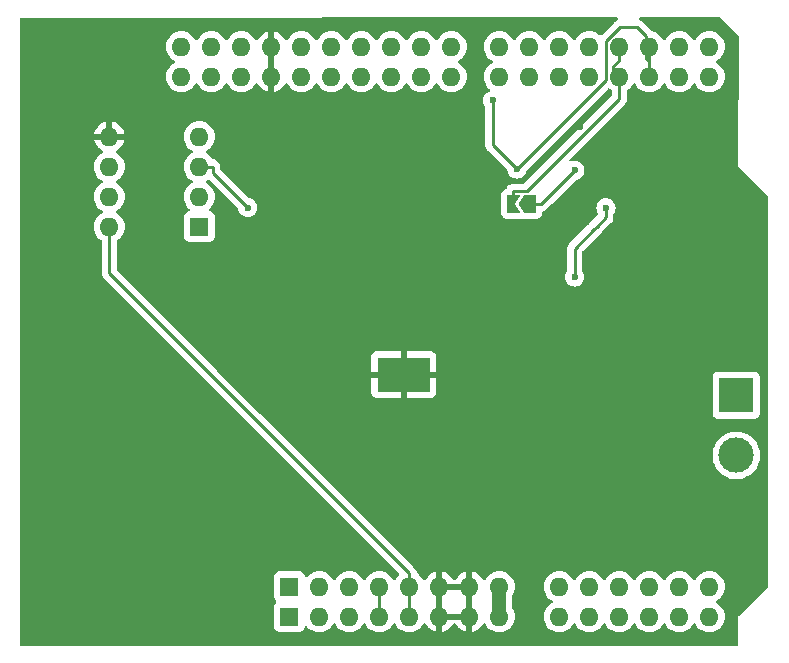
<source format=gbl>
G04 #@! TF.GenerationSoftware,KiCad,Pcbnew,7.99.0-3924-g53fd1aaf5e*
G04 #@! TF.CreationDate,2023-12-12T19:58:36+01:00*
G04 #@! TF.ProjectId,xDuinoRailShield,78447569-6e6f-4526-9169-6c536869656c,rev?*
G04 #@! TF.SameCoordinates,Original*
G04 #@! TF.FileFunction,Copper,L2,Bot*
G04 #@! TF.FilePolarity,Positive*
%FSLAX46Y46*%
G04 Gerber Fmt 4.6, Leading zero omitted, Abs format (unit mm)*
G04 Created by KiCad (PCBNEW 7.99.0-3924-g53fd1aaf5e) date 2023-12-12 19:58:36*
%MOMM*%
%LPD*%
G01*
G04 APERTURE LIST*
G04 Aperture macros list*
%AMFreePoly0*
4,1,6,1.000000,0.000000,0.500000,-0.750000,-0.500000,-0.750000,-0.500000,0.750000,0.500000,0.750000,1.000000,0.000000,1.000000,0.000000,$1*%
%AMFreePoly1*
4,1,6,0.500000,-0.750000,-0.650000,-0.750000,-0.150000,0.000000,-0.650000,0.750000,0.500000,0.750000,0.500000,-0.750000,0.500000,-0.750000,$1*%
G04 Aperture macros list end*
G04 #@! TA.AperFunction,ComponentPad*
%ADD10R,3.000000X3.000000*%
G04 #@! TD*
G04 #@! TA.AperFunction,ComponentPad*
%ADD11C,3.000000*%
G04 #@! TD*
G04 #@! TA.AperFunction,ComponentPad*
%ADD12R,1.600000X1.600000*%
G04 #@! TD*
G04 #@! TA.AperFunction,ComponentPad*
%ADD13O,1.600000X1.600000*%
G04 #@! TD*
G04 #@! TA.AperFunction,ComponentPad*
%ADD14C,0.600000*%
G04 #@! TD*
G04 #@! TA.AperFunction,SMDPad,CuDef*
%ADD15R,4.500000X2.950000*%
G04 #@! TD*
G04 #@! TA.AperFunction,SMDPad,CuDef*
%ADD16FreePoly0,180.000000*%
G04 #@! TD*
G04 #@! TA.AperFunction,SMDPad,CuDef*
%ADD17FreePoly1,180.000000*%
G04 #@! TD*
G04 #@! TA.AperFunction,ViaPad*
%ADD18C,0.600000*%
G04 #@! TD*
G04 #@! TA.AperFunction,Conductor*
%ADD19C,0.250000*%
G04 #@! TD*
G04 #@! TA.AperFunction,Conductor*
%ADD20C,1.200000*%
G04 #@! TD*
G04 APERTURE END LIST*
D10*
X163240800Y-73640000D03*
D11*
X163240800Y-78720000D03*
D12*
X125400000Y-89840000D03*
X125400000Y-92380000D03*
D13*
X127940000Y-89840000D03*
X127940000Y-92380000D03*
X130480000Y-89840000D03*
X130480000Y-92380000D03*
X133020000Y-89840000D03*
X133020000Y-92380000D03*
X135560000Y-89840000D03*
X135560000Y-92380000D03*
X138100000Y-89840000D03*
X138100000Y-92380000D03*
X140640000Y-89840000D03*
X140640000Y-92380000D03*
X143180000Y-89840000D03*
X143180000Y-92380000D03*
X148260000Y-89840000D03*
X148260000Y-92380000D03*
X150800000Y-89840000D03*
X150800000Y-92380000D03*
X153340000Y-89840000D03*
X153340000Y-92380000D03*
X155880000Y-89840000D03*
X155880000Y-92380000D03*
X158420000Y-89840000D03*
X158420000Y-92380000D03*
X160960000Y-89840000D03*
X160960000Y-92380000D03*
X160960000Y-44120000D03*
X160960000Y-46660000D03*
X158420000Y-44120000D03*
X158420000Y-46660000D03*
X155880000Y-44120000D03*
X155880000Y-46660000D03*
X153340000Y-44120000D03*
X153340000Y-46660000D03*
X150800000Y-44120000D03*
X150800000Y-46660000D03*
X148260000Y-44120000D03*
X148260000Y-46660000D03*
X145720000Y-44120000D03*
X145720000Y-46660000D03*
X143180000Y-44120000D03*
X143180000Y-46660000D03*
X139120000Y-44120000D03*
X139120000Y-46660000D03*
X136580000Y-44120000D03*
X136580000Y-46660000D03*
X134040000Y-44120000D03*
X134040000Y-46660000D03*
X131500000Y-44120000D03*
X131500000Y-46660000D03*
X128960000Y-44120000D03*
X128960000Y-46660000D03*
X126420000Y-44120000D03*
X126420000Y-46660000D03*
X123880000Y-44120000D03*
X123880000Y-46660000D03*
X121340000Y-44120000D03*
X121340000Y-46660000D03*
X118800000Y-44120000D03*
X118800000Y-46660000D03*
X116260000Y-44120000D03*
X116260000Y-46660000D03*
D12*
X117780000Y-59360000D03*
D13*
X117780000Y-56820000D03*
X117780000Y-54280000D03*
X117780000Y-51740000D03*
X110160000Y-51740000D03*
X110160000Y-54280000D03*
X110160000Y-56820000D03*
X110160000Y-59360000D03*
D14*
X133280000Y-72500000D03*
X134480000Y-72500000D03*
X135780000Y-72500000D03*
X136880000Y-72500000D03*
D15*
X135080000Y-71900000D03*
D14*
X133280000Y-71300000D03*
X134480000Y-71300000D03*
X135780000Y-71300000D03*
X136880000Y-71300000D03*
D16*
X145794900Y-57445000D03*
D17*
X144344900Y-57445000D03*
D18*
X151880000Y-72060000D03*
X153340000Y-72060000D03*
X151880000Y-82220000D03*
X125396331Y-59353540D03*
X152717000Y-82220000D03*
X139326000Y-63749700D03*
X150015000Y-50923200D03*
X129086000Y-72066700D03*
X136450000Y-78167900D03*
X126649000Y-72046800D03*
X150800000Y-82220000D03*
X127979000Y-53192100D03*
X127940000Y-72060000D03*
X142615000Y-48675600D03*
X144666000Y-54482800D03*
X121870000Y-57759700D03*
X149570000Y-54585700D03*
X152203000Y-57759700D03*
X149560000Y-63635400D03*
D19*
X110160000Y-63313100D02*
X110160000Y-59360000D01*
X135560000Y-92380000D02*
X135560000Y-89840000D01*
X135560000Y-89840000D02*
X135560000Y-88713100D01*
X135560000Y-88713100D02*
X110160000Y-63313100D01*
X144345000Y-57175700D02*
X144345000Y-57243000D01*
X144345000Y-57243000D02*
X144345000Y-57310300D01*
X144345000Y-56368100D02*
X145512000Y-56368100D01*
X144345000Y-56637300D02*
X144345000Y-56906500D01*
X152777000Y-45810300D02*
X153340000Y-45246900D01*
X144345000Y-56637300D02*
X144345000Y-56368100D01*
X144344900Y-57243100D02*
X144344900Y-57445000D01*
X144345000Y-57041200D02*
X144345000Y-57175700D01*
X152777000Y-46660000D02*
X152777000Y-45810300D01*
X144345000Y-57243000D02*
X144344900Y-57243100D01*
X153340000Y-46660000D02*
X152777000Y-46660000D01*
X153340000Y-48540100D02*
X153340000Y-46660000D01*
X145512000Y-56368100D02*
X153340000Y-48540100D01*
X144345000Y-57041100D02*
X144345000Y-56906500D01*
X153340000Y-45246900D02*
X153340000Y-44120000D01*
X144345000Y-57041100D02*
X144345000Y-57041200D01*
X133020000Y-89840000D02*
X133020000Y-92380000D01*
D20*
X143180000Y-89840000D02*
X143180000Y-92380000D01*
D19*
X155880000Y-45390000D02*
X155880000Y-44120000D01*
X144666000Y-54482800D02*
X150374000Y-48774500D01*
X154869000Y-42491800D02*
X155562000Y-43184700D01*
X155562000Y-45072000D02*
X155562000Y-43801800D01*
X152215000Y-43654000D02*
X153377000Y-42491800D01*
X142615000Y-52432200D02*
X142615000Y-48675600D01*
X155880000Y-45390000D02*
X155562000Y-45072000D01*
X152215000Y-46933900D02*
X152215000Y-43654000D01*
X153377000Y-42491800D02*
X154869000Y-42491800D01*
X155880000Y-46660000D02*
X155880000Y-45390000D01*
X150374000Y-48774500D02*
X152215000Y-46933900D01*
X155562000Y-43184700D02*
X155562000Y-43801800D01*
X144666000Y-54482800D02*
X142615000Y-52432200D01*
X117780000Y-54280000D02*
X118907000Y-54280000D01*
X118907000Y-54280000D02*
X118907000Y-54797000D01*
X118907000Y-54797000D02*
X121870000Y-57759700D01*
X146710000Y-57445000D02*
X149570000Y-54585700D01*
X145795000Y-57445000D02*
X145794900Y-57445000D01*
X145795000Y-57445000D02*
X146710000Y-57445000D01*
X151192000Y-59585100D02*
X151412000Y-59365700D01*
X149560000Y-61217200D02*
X149560000Y-63635400D01*
X151412000Y-59365700D02*
X152203000Y-58575100D01*
X152203000Y-58575100D02*
X152203000Y-57759700D01*
X151192000Y-59585100D02*
X149560000Y-61217200D01*
G04 #@! TA.AperFunction,Conductor*
G36*
X140174075Y-92187007D02*
G01*
X140140000Y-92314174D01*
X140140000Y-92445826D01*
X140174075Y-92572993D01*
X140206988Y-92630000D01*
X138533012Y-92630000D01*
X138565925Y-92572993D01*
X138600000Y-92445826D01*
X138600000Y-92314174D01*
X138565925Y-92187007D01*
X138533012Y-92130000D01*
X140206988Y-92130000D01*
X140174075Y-92187007D01*
G37*
G04 #@! TD.AperFunction*
G04 #@! TA.AperFunction,Conductor*
G36*
X138350000Y-91946988D02*
G01*
X138292993Y-91914075D01*
X138165826Y-91880000D01*
X138034174Y-91880000D01*
X137907007Y-91914075D01*
X137850000Y-91946988D01*
X137850000Y-90273012D01*
X137907007Y-90305925D01*
X138034174Y-90340000D01*
X138165826Y-90340000D01*
X138292993Y-90305925D01*
X138350000Y-90273012D01*
X138350000Y-91946988D01*
G37*
G04 #@! TD.AperFunction*
G04 #@! TA.AperFunction,Conductor*
G36*
X140890000Y-91946988D02*
G01*
X140832993Y-91914075D01*
X140705826Y-91880000D01*
X140574174Y-91880000D01*
X140447007Y-91914075D01*
X140390000Y-91946988D01*
X140390000Y-90273012D01*
X140447007Y-90305925D01*
X140574174Y-90340000D01*
X140705826Y-90340000D01*
X140832993Y-90305925D01*
X140890000Y-90273012D01*
X140890000Y-91946988D01*
G37*
G04 #@! TD.AperFunction*
G04 #@! TA.AperFunction,Conductor*
G36*
X140174075Y-89647007D02*
G01*
X140140000Y-89774174D01*
X140140000Y-89905826D01*
X140174075Y-90032993D01*
X140206988Y-90090000D01*
X138533012Y-90090000D01*
X138565925Y-90032993D01*
X138600000Y-89905826D01*
X138600000Y-89774174D01*
X138565925Y-89647007D01*
X138533012Y-89590000D01*
X140206988Y-89590000D01*
X140174075Y-89647007D01*
G37*
G04 #@! TD.AperFunction*
G04 #@! TA.AperFunction,Conductor*
G36*
X124130000Y-46226988D02*
G01*
X124072993Y-46194075D01*
X123945826Y-46160000D01*
X123814174Y-46160000D01*
X123687007Y-46194075D01*
X123630000Y-46226988D01*
X123630000Y-44553012D01*
X123687007Y-44585925D01*
X123814174Y-44620000D01*
X123945826Y-44620000D01*
X124072993Y-44585925D01*
X124130000Y-44553012D01*
X124130000Y-46226988D01*
G37*
G04 #@! TD.AperFunction*
G04 #@! TA.AperFunction,Conductor*
G36*
X161946212Y-41670781D02*
G01*
X161966861Y-41687420D01*
X163391398Y-43111957D01*
X163424883Y-43173280D01*
X163427717Y-43199674D01*
X163424506Y-54254979D01*
X163424500Y-54255065D01*
X163424500Y-54280031D01*
X163424496Y-54295022D01*
X163424508Y-54295084D01*
X163425034Y-54296308D01*
X163430837Y-54310318D01*
X163430843Y-54310349D01*
X163430849Y-54310347D01*
X163435984Y-54322753D01*
X163435991Y-54322763D01*
X163435993Y-54322765D01*
X163435994Y-54322767D01*
X163446604Y-54333377D01*
X163457214Y-54343994D01*
X163457215Y-54343994D01*
X163466771Y-54353557D01*
X163466836Y-54353609D01*
X165928181Y-56814954D01*
X165961666Y-56876277D01*
X165964500Y-56902635D01*
X165964500Y-89757364D01*
X165944815Y-89824403D01*
X165928181Y-89845045D01*
X163457233Y-92315994D01*
X163435995Y-92337231D01*
X163424500Y-92364982D01*
X163424500Y-94720500D01*
X163404815Y-94787539D01*
X163352011Y-94833294D01*
X163300500Y-94844500D01*
X102739500Y-94844500D01*
X102672461Y-94824815D01*
X102626706Y-94772011D01*
X102615500Y-94720500D01*
X102615500Y-59360001D01*
X108846502Y-59360001D01*
X108866456Y-59588081D01*
X108866457Y-59588089D01*
X108925714Y-59809238D01*
X108925718Y-59809249D01*
X108950601Y-59862610D01*
X109022477Y-60016749D01*
X109153802Y-60204300D01*
X109315700Y-60366198D01*
X109473625Y-60476779D01*
X109517249Y-60531354D01*
X109526500Y-60578352D01*
X109526500Y-63375498D01*
X109550843Y-63497877D01*
X109550845Y-63497885D01*
X109598598Y-63613172D01*
X109598603Y-63613181D01*
X109667928Y-63716932D01*
X109667931Y-63716936D01*
X134662567Y-88711571D01*
X134696052Y-88772894D01*
X134691068Y-88842586D01*
X134662568Y-88886932D01*
X134553806Y-88995695D01*
X134422476Y-89183251D01*
X134402382Y-89226345D01*
X134356209Y-89278784D01*
X134289016Y-89297936D01*
X134222135Y-89277720D01*
X134177618Y-89226345D01*
X134157523Y-89183251D01*
X134026198Y-88995700D01*
X133864300Y-88833802D01*
X133676749Y-88702477D01*
X133676745Y-88702475D01*
X133469249Y-88605718D01*
X133469238Y-88605714D01*
X133248089Y-88546457D01*
X133248081Y-88546456D01*
X133020002Y-88526502D01*
X133019998Y-88526502D01*
X132791918Y-88546456D01*
X132791910Y-88546457D01*
X132570761Y-88605714D01*
X132570750Y-88605718D01*
X132363254Y-88702475D01*
X132363252Y-88702476D01*
X132292856Y-88751767D01*
X132175700Y-88833802D01*
X132175698Y-88833803D01*
X132175695Y-88833806D01*
X132013806Y-88995695D01*
X131882476Y-89183251D01*
X131862382Y-89226345D01*
X131816209Y-89278784D01*
X131749016Y-89297936D01*
X131682135Y-89277720D01*
X131637618Y-89226345D01*
X131617523Y-89183251D01*
X131486198Y-88995700D01*
X131324300Y-88833802D01*
X131136749Y-88702477D01*
X131136745Y-88702475D01*
X130929249Y-88605718D01*
X130929238Y-88605714D01*
X130708089Y-88546457D01*
X130708081Y-88546456D01*
X130480002Y-88526502D01*
X130479998Y-88526502D01*
X130251918Y-88546456D01*
X130251910Y-88546457D01*
X130030761Y-88605714D01*
X130030750Y-88605718D01*
X129823254Y-88702475D01*
X129823252Y-88702476D01*
X129752856Y-88751767D01*
X129635700Y-88833802D01*
X129635698Y-88833803D01*
X129635695Y-88833806D01*
X129473806Y-88995695D01*
X129342476Y-89183251D01*
X129322382Y-89226345D01*
X129276209Y-89278784D01*
X129209016Y-89297936D01*
X129142135Y-89277720D01*
X129097618Y-89226345D01*
X129077523Y-89183251D01*
X128946198Y-88995700D01*
X128784300Y-88833802D01*
X128596749Y-88702477D01*
X128596745Y-88702475D01*
X128389249Y-88605718D01*
X128389238Y-88605714D01*
X128168089Y-88546457D01*
X128168081Y-88546456D01*
X127940002Y-88526502D01*
X127939998Y-88526502D01*
X127711918Y-88546456D01*
X127711910Y-88546457D01*
X127490761Y-88605714D01*
X127490750Y-88605718D01*
X127283254Y-88702475D01*
X127283252Y-88702476D01*
X127212856Y-88751767D01*
X127095700Y-88833802D01*
X127095698Y-88833803D01*
X127095695Y-88833806D01*
X126933805Y-88995696D01*
X126928429Y-89003374D01*
X126873849Y-89046995D01*
X126804350Y-89054184D01*
X126741997Y-89022658D01*
X126706587Y-88962426D01*
X126703570Y-88945510D01*
X126701989Y-88930799D01*
X126650889Y-88793796D01*
X126563261Y-88676739D01*
X126446204Y-88589111D01*
X126309203Y-88538011D01*
X126248654Y-88531500D01*
X126248638Y-88531500D01*
X124551362Y-88531500D01*
X124551345Y-88531500D01*
X124490797Y-88538011D01*
X124490795Y-88538011D01*
X124353795Y-88589111D01*
X124236739Y-88676739D01*
X124149111Y-88793795D01*
X124098011Y-88930795D01*
X124098011Y-88930797D01*
X124091500Y-88991345D01*
X124091500Y-90688654D01*
X124098011Y-90749202D01*
X124098011Y-90749204D01*
X124149111Y-90886204D01*
X124236739Y-91003261D01*
X124246722Y-91010734D01*
X124288592Y-91066668D01*
X124293576Y-91136360D01*
X124260090Y-91197682D01*
X124246722Y-91209266D01*
X124236739Y-91216738D01*
X124149111Y-91333795D01*
X124098011Y-91470795D01*
X124098011Y-91470797D01*
X124091500Y-91531345D01*
X124091500Y-93228654D01*
X124098011Y-93289202D01*
X124098011Y-93289204D01*
X124134189Y-93386198D01*
X124149111Y-93426204D01*
X124236739Y-93543261D01*
X124353796Y-93630889D01*
X124490799Y-93681989D01*
X124518050Y-93684918D01*
X124551345Y-93688499D01*
X124551362Y-93688500D01*
X126248638Y-93688500D01*
X126248654Y-93688499D01*
X126275692Y-93685591D01*
X126309201Y-93681989D01*
X126446204Y-93630889D01*
X126563261Y-93543261D01*
X126650889Y-93426204D01*
X126701989Y-93289201D01*
X126703569Y-93274500D01*
X126730304Y-93209952D01*
X126787695Y-93170102D01*
X126857521Y-93167606D01*
X126917611Y-93203257D01*
X126928428Y-93216626D01*
X126933802Y-93224300D01*
X127095700Y-93386198D01*
X127283251Y-93517523D01*
X127338445Y-93543260D01*
X127490750Y-93614281D01*
X127490752Y-93614281D01*
X127490757Y-93614284D01*
X127711913Y-93673543D01*
X127874832Y-93687796D01*
X127939998Y-93693498D01*
X127940000Y-93693498D01*
X127940002Y-93693498D01*
X127997139Y-93688499D01*
X128168087Y-93673543D01*
X128389243Y-93614284D01*
X128596749Y-93517523D01*
X128784300Y-93386198D01*
X128946198Y-93224300D01*
X129077523Y-93036749D01*
X129097618Y-92993655D01*
X129143790Y-92941215D01*
X129210983Y-92922063D01*
X129277864Y-92942278D01*
X129322382Y-92993655D01*
X129342477Y-93036749D01*
X129473802Y-93224300D01*
X129635700Y-93386198D01*
X129823251Y-93517523D01*
X129878445Y-93543260D01*
X130030750Y-93614281D01*
X130030752Y-93614281D01*
X130030757Y-93614284D01*
X130251913Y-93673543D01*
X130414832Y-93687796D01*
X130479998Y-93693498D01*
X130480000Y-93693498D01*
X130480002Y-93693498D01*
X130537139Y-93688499D01*
X130708087Y-93673543D01*
X130929243Y-93614284D01*
X131136749Y-93517523D01*
X131324300Y-93386198D01*
X131486198Y-93224300D01*
X131617523Y-93036749D01*
X131637618Y-92993655D01*
X131683790Y-92941215D01*
X131750983Y-92922063D01*
X131817864Y-92942278D01*
X131862382Y-92993655D01*
X131882477Y-93036749D01*
X132013802Y-93224300D01*
X132175700Y-93386198D01*
X132363251Y-93517523D01*
X132418445Y-93543260D01*
X132570750Y-93614281D01*
X132570752Y-93614281D01*
X132570757Y-93614284D01*
X132791913Y-93673543D01*
X132954832Y-93687796D01*
X133019998Y-93693498D01*
X133020000Y-93693498D01*
X133020002Y-93693498D01*
X133077139Y-93688499D01*
X133248087Y-93673543D01*
X133469243Y-93614284D01*
X133676749Y-93517523D01*
X133864300Y-93386198D01*
X134026198Y-93224300D01*
X134157523Y-93036749D01*
X134177618Y-92993655D01*
X134223790Y-92941215D01*
X134290983Y-92922063D01*
X134357864Y-92942278D01*
X134402382Y-92993655D01*
X134422477Y-93036749D01*
X134553802Y-93224300D01*
X134715700Y-93386198D01*
X134903251Y-93517523D01*
X134958445Y-93543260D01*
X135110750Y-93614281D01*
X135110752Y-93614281D01*
X135110757Y-93614284D01*
X135331913Y-93673543D01*
X135494832Y-93687796D01*
X135559998Y-93693498D01*
X135560000Y-93693498D01*
X135560002Y-93693498D01*
X135617139Y-93688499D01*
X135788087Y-93673543D01*
X136009243Y-93614284D01*
X136216749Y-93517523D01*
X136404300Y-93386198D01*
X136566198Y-93224300D01*
X136697523Y-93036749D01*
X136722307Y-92983598D01*
X136768479Y-92931159D01*
X136835672Y-92912007D01*
X136902553Y-92932222D01*
X136947071Y-92983599D01*
X136969864Y-93032479D01*
X136969865Y-93032481D01*
X137100342Y-93218820D01*
X137261179Y-93379657D01*
X137447517Y-93510134D01*
X137653673Y-93606265D01*
X137653682Y-93606269D01*
X137849999Y-93658872D01*
X137850000Y-93658871D01*
X137850000Y-92813012D01*
X137907007Y-92845925D01*
X138034174Y-92880000D01*
X138165826Y-92880000D01*
X138292993Y-92845925D01*
X138350000Y-92813012D01*
X138350000Y-93658872D01*
X138546317Y-93606269D01*
X138546326Y-93606265D01*
X138752482Y-93510134D01*
X138938820Y-93379657D01*
X139099657Y-93218820D01*
X139230134Y-93032481D01*
X139230135Y-93032479D01*
X139257618Y-92973543D01*
X139303790Y-92921103D01*
X139370983Y-92901951D01*
X139437864Y-92922166D01*
X139482382Y-92973543D01*
X139509864Y-93032479D01*
X139509865Y-93032481D01*
X139640342Y-93218820D01*
X139801179Y-93379657D01*
X139987517Y-93510134D01*
X140193673Y-93606265D01*
X140193682Y-93606269D01*
X140389999Y-93658872D01*
X140390000Y-93658871D01*
X140390000Y-92813012D01*
X140447007Y-92845925D01*
X140574174Y-92880000D01*
X140705826Y-92880000D01*
X140832993Y-92845925D01*
X140890000Y-92813012D01*
X140890000Y-93658872D01*
X141086317Y-93606269D01*
X141086326Y-93606265D01*
X141292482Y-93510134D01*
X141478820Y-93379657D01*
X141639657Y-93218820D01*
X141770133Y-93032483D01*
X141792927Y-92983600D01*
X141839098Y-92931160D01*
X141906292Y-92912007D01*
X141973173Y-92932221D01*
X142017691Y-92983596D01*
X142042477Y-93036749D01*
X142173802Y-93224300D01*
X142335700Y-93386198D01*
X142523251Y-93517523D01*
X142578445Y-93543260D01*
X142730750Y-93614281D01*
X142730752Y-93614281D01*
X142730757Y-93614284D01*
X142951913Y-93673543D01*
X143114832Y-93687796D01*
X143179998Y-93693498D01*
X143180000Y-93693498D01*
X143180002Y-93693498D01*
X143237139Y-93688499D01*
X143408087Y-93673543D01*
X143629243Y-93614284D01*
X143836749Y-93517523D01*
X144024300Y-93386198D01*
X144186198Y-93224300D01*
X144317523Y-93036749D01*
X144414284Y-92829243D01*
X144473543Y-92608087D01*
X144493498Y-92380001D01*
X146946502Y-92380001D01*
X146966456Y-92608081D01*
X146966457Y-92608089D01*
X147025714Y-92829238D01*
X147025718Y-92829249D01*
X147097692Y-92983597D01*
X147122477Y-93036749D01*
X147253802Y-93224300D01*
X147415700Y-93386198D01*
X147603251Y-93517523D01*
X147658445Y-93543260D01*
X147810750Y-93614281D01*
X147810752Y-93614281D01*
X147810757Y-93614284D01*
X148031913Y-93673543D01*
X148194832Y-93687796D01*
X148259998Y-93693498D01*
X148260000Y-93693498D01*
X148260002Y-93693498D01*
X148317139Y-93688499D01*
X148488087Y-93673543D01*
X148709243Y-93614284D01*
X148916749Y-93517523D01*
X149104300Y-93386198D01*
X149266198Y-93224300D01*
X149397523Y-93036749D01*
X149417618Y-92993655D01*
X149463790Y-92941215D01*
X149530983Y-92922063D01*
X149597864Y-92942278D01*
X149642382Y-92993655D01*
X149662477Y-93036749D01*
X149793802Y-93224300D01*
X149955700Y-93386198D01*
X150143251Y-93517523D01*
X150198445Y-93543260D01*
X150350750Y-93614281D01*
X150350752Y-93614281D01*
X150350757Y-93614284D01*
X150571913Y-93673543D01*
X150734832Y-93687796D01*
X150799998Y-93693498D01*
X150800000Y-93693498D01*
X150800002Y-93693498D01*
X150857139Y-93688499D01*
X151028087Y-93673543D01*
X151249243Y-93614284D01*
X151456749Y-93517523D01*
X151644300Y-93386198D01*
X151806198Y-93224300D01*
X151937523Y-93036749D01*
X151957618Y-92993655D01*
X152003790Y-92941215D01*
X152070983Y-92922063D01*
X152137864Y-92942278D01*
X152182382Y-92993655D01*
X152202477Y-93036749D01*
X152333802Y-93224300D01*
X152495700Y-93386198D01*
X152683251Y-93517523D01*
X152738445Y-93543260D01*
X152890750Y-93614281D01*
X152890752Y-93614281D01*
X152890757Y-93614284D01*
X153111913Y-93673543D01*
X153274832Y-93687796D01*
X153339998Y-93693498D01*
X153340000Y-93693498D01*
X153340002Y-93693498D01*
X153397139Y-93688499D01*
X153568087Y-93673543D01*
X153789243Y-93614284D01*
X153996749Y-93517523D01*
X154184300Y-93386198D01*
X154346198Y-93224300D01*
X154477523Y-93036749D01*
X154497618Y-92993655D01*
X154543790Y-92941215D01*
X154610983Y-92922063D01*
X154677864Y-92942278D01*
X154722382Y-92993655D01*
X154742477Y-93036749D01*
X154873802Y-93224300D01*
X155035700Y-93386198D01*
X155223251Y-93517523D01*
X155278445Y-93543260D01*
X155430750Y-93614281D01*
X155430752Y-93614281D01*
X155430757Y-93614284D01*
X155651913Y-93673543D01*
X155814832Y-93687796D01*
X155879998Y-93693498D01*
X155880000Y-93693498D01*
X155880002Y-93693498D01*
X155937139Y-93688499D01*
X156108087Y-93673543D01*
X156329243Y-93614284D01*
X156536749Y-93517523D01*
X156724300Y-93386198D01*
X156886198Y-93224300D01*
X157017523Y-93036749D01*
X157037618Y-92993655D01*
X157083790Y-92941215D01*
X157150983Y-92922063D01*
X157217864Y-92942278D01*
X157262382Y-92993655D01*
X157282477Y-93036749D01*
X157413802Y-93224300D01*
X157575700Y-93386198D01*
X157763251Y-93517523D01*
X157818445Y-93543260D01*
X157970750Y-93614281D01*
X157970752Y-93614281D01*
X157970757Y-93614284D01*
X158191913Y-93673543D01*
X158354832Y-93687796D01*
X158419998Y-93693498D01*
X158420000Y-93693498D01*
X158420002Y-93693498D01*
X158477139Y-93688499D01*
X158648087Y-93673543D01*
X158869243Y-93614284D01*
X159076749Y-93517523D01*
X159264300Y-93386198D01*
X159426198Y-93224300D01*
X159557523Y-93036749D01*
X159577618Y-92993655D01*
X159623790Y-92941215D01*
X159690983Y-92922063D01*
X159757864Y-92942278D01*
X159802382Y-92993655D01*
X159822477Y-93036749D01*
X159953802Y-93224300D01*
X160115700Y-93386198D01*
X160303251Y-93517523D01*
X160358445Y-93543260D01*
X160510750Y-93614281D01*
X160510752Y-93614281D01*
X160510757Y-93614284D01*
X160731913Y-93673543D01*
X160894832Y-93687796D01*
X160959998Y-93693498D01*
X160960000Y-93693498D01*
X160960002Y-93693498D01*
X161017139Y-93688499D01*
X161188087Y-93673543D01*
X161409243Y-93614284D01*
X161616749Y-93517523D01*
X161804300Y-93386198D01*
X161966198Y-93224300D01*
X162097523Y-93036749D01*
X162194284Y-92829243D01*
X162253543Y-92608087D01*
X162273498Y-92380000D01*
X162253543Y-92151913D01*
X162194284Y-91930757D01*
X162097523Y-91723251D01*
X161966198Y-91535700D01*
X161804300Y-91373802D01*
X161616749Y-91242477D01*
X161573655Y-91222382D01*
X161521215Y-91176210D01*
X161502063Y-91109017D01*
X161522278Y-91042136D01*
X161573655Y-90997618D01*
X161587176Y-90991313D01*
X161616749Y-90977523D01*
X161804300Y-90846198D01*
X161966198Y-90684300D01*
X162097523Y-90496749D01*
X162194284Y-90289243D01*
X162253543Y-90068087D01*
X162273498Y-89840000D01*
X162272133Y-89824403D01*
X162253543Y-89611918D01*
X162253543Y-89611913D01*
X162194284Y-89390757D01*
X162097523Y-89183251D01*
X161966198Y-88995700D01*
X161804300Y-88833802D01*
X161616749Y-88702477D01*
X161616745Y-88702475D01*
X161409249Y-88605718D01*
X161409238Y-88605714D01*
X161188089Y-88546457D01*
X161188081Y-88546456D01*
X160960002Y-88526502D01*
X160959998Y-88526502D01*
X160731918Y-88546456D01*
X160731910Y-88546457D01*
X160510761Y-88605714D01*
X160510750Y-88605718D01*
X160303254Y-88702475D01*
X160303252Y-88702476D01*
X160232856Y-88751767D01*
X160115700Y-88833802D01*
X160115698Y-88833803D01*
X160115695Y-88833806D01*
X159953806Y-88995695D01*
X159822476Y-89183251D01*
X159802382Y-89226345D01*
X159756209Y-89278784D01*
X159689016Y-89297936D01*
X159622135Y-89277720D01*
X159577618Y-89226345D01*
X159557523Y-89183251D01*
X159426198Y-88995700D01*
X159264300Y-88833802D01*
X159076749Y-88702477D01*
X159076745Y-88702475D01*
X158869249Y-88605718D01*
X158869238Y-88605714D01*
X158648089Y-88546457D01*
X158648081Y-88546456D01*
X158420002Y-88526502D01*
X158419998Y-88526502D01*
X158191918Y-88546456D01*
X158191910Y-88546457D01*
X157970761Y-88605714D01*
X157970750Y-88605718D01*
X157763254Y-88702475D01*
X157763252Y-88702476D01*
X157692856Y-88751767D01*
X157575700Y-88833802D01*
X157575698Y-88833803D01*
X157575695Y-88833806D01*
X157413806Y-88995695D01*
X157282476Y-89183251D01*
X157262382Y-89226345D01*
X157216209Y-89278784D01*
X157149016Y-89297936D01*
X157082135Y-89277720D01*
X157037618Y-89226345D01*
X157017523Y-89183251D01*
X156886198Y-88995700D01*
X156724300Y-88833802D01*
X156536749Y-88702477D01*
X156536745Y-88702475D01*
X156329249Y-88605718D01*
X156329238Y-88605714D01*
X156108089Y-88546457D01*
X156108081Y-88546456D01*
X155880002Y-88526502D01*
X155879998Y-88526502D01*
X155651918Y-88546456D01*
X155651910Y-88546457D01*
X155430761Y-88605714D01*
X155430750Y-88605718D01*
X155223254Y-88702475D01*
X155223252Y-88702476D01*
X155152856Y-88751767D01*
X155035700Y-88833802D01*
X155035698Y-88833803D01*
X155035695Y-88833806D01*
X154873806Y-88995695D01*
X154742476Y-89183251D01*
X154722382Y-89226345D01*
X154676209Y-89278784D01*
X154609016Y-89297936D01*
X154542135Y-89277720D01*
X154497618Y-89226345D01*
X154477523Y-89183251D01*
X154346198Y-88995700D01*
X154184300Y-88833802D01*
X153996749Y-88702477D01*
X153996745Y-88702475D01*
X153789249Y-88605718D01*
X153789238Y-88605714D01*
X153568089Y-88546457D01*
X153568081Y-88546456D01*
X153340002Y-88526502D01*
X153339998Y-88526502D01*
X153111918Y-88546456D01*
X153111910Y-88546457D01*
X152890761Y-88605714D01*
X152890750Y-88605718D01*
X152683254Y-88702475D01*
X152683252Y-88702476D01*
X152612856Y-88751767D01*
X152495700Y-88833802D01*
X152495698Y-88833803D01*
X152495695Y-88833806D01*
X152333806Y-88995695D01*
X152202476Y-89183251D01*
X152182382Y-89226345D01*
X152136209Y-89278784D01*
X152069016Y-89297936D01*
X152002135Y-89277720D01*
X151957618Y-89226345D01*
X151937523Y-89183251D01*
X151806198Y-88995700D01*
X151644300Y-88833802D01*
X151456749Y-88702477D01*
X151456745Y-88702475D01*
X151249249Y-88605718D01*
X151249238Y-88605714D01*
X151028089Y-88546457D01*
X151028081Y-88546456D01*
X150800002Y-88526502D01*
X150799998Y-88526502D01*
X150571918Y-88546456D01*
X150571910Y-88546457D01*
X150350761Y-88605714D01*
X150350750Y-88605718D01*
X150143254Y-88702475D01*
X150143252Y-88702476D01*
X150072856Y-88751767D01*
X149955700Y-88833802D01*
X149955698Y-88833803D01*
X149955695Y-88833806D01*
X149793806Y-88995695D01*
X149662476Y-89183251D01*
X149642382Y-89226345D01*
X149596209Y-89278784D01*
X149529016Y-89297936D01*
X149462135Y-89277720D01*
X149417618Y-89226345D01*
X149397523Y-89183251D01*
X149266198Y-88995700D01*
X149104300Y-88833802D01*
X148916749Y-88702477D01*
X148916745Y-88702475D01*
X148709249Y-88605718D01*
X148709238Y-88605714D01*
X148488089Y-88546457D01*
X148488081Y-88546456D01*
X148260002Y-88526502D01*
X148259998Y-88526502D01*
X148031918Y-88546456D01*
X148031910Y-88546457D01*
X147810761Y-88605714D01*
X147810750Y-88605718D01*
X147603254Y-88702475D01*
X147603252Y-88702476D01*
X147532856Y-88751767D01*
X147415700Y-88833802D01*
X147415698Y-88833803D01*
X147415695Y-88833806D01*
X147253806Y-88995695D01*
X147122476Y-89183252D01*
X147122475Y-89183254D01*
X147025718Y-89390750D01*
X147025714Y-89390761D01*
X146966457Y-89611910D01*
X146966456Y-89611918D01*
X146946502Y-89839998D01*
X146946502Y-89840001D01*
X146966456Y-90068081D01*
X146966457Y-90068089D01*
X147025714Y-90289238D01*
X147025718Y-90289249D01*
X147097692Y-90443597D01*
X147122477Y-90496749D01*
X147253802Y-90684300D01*
X147415700Y-90846198D01*
X147592700Y-90970135D01*
X147603251Y-90977523D01*
X147646345Y-90997618D01*
X147698784Y-91043791D01*
X147717936Y-91110984D01*
X147697720Y-91177865D01*
X147646345Y-91222382D01*
X147603251Y-91242476D01*
X147478126Y-91330090D01*
X147415700Y-91373802D01*
X147415698Y-91373803D01*
X147415695Y-91373806D01*
X147253806Y-91535695D01*
X147122476Y-91723252D01*
X147122475Y-91723254D01*
X147025718Y-91930750D01*
X147025714Y-91930761D01*
X146966457Y-92151910D01*
X146966456Y-92151918D01*
X146946502Y-92379998D01*
X146946502Y-92380001D01*
X144493498Y-92380001D01*
X144493498Y-92380000D01*
X144473543Y-92151913D01*
X144414284Y-91930757D01*
X144317523Y-91723251D01*
X144317521Y-91723249D01*
X144317521Y-91723247D01*
X144310925Y-91713827D01*
X144288597Y-91647620D01*
X144288500Y-91642704D01*
X144288500Y-90577295D01*
X144308185Y-90510256D01*
X144310926Y-90506170D01*
X144317523Y-90496749D01*
X144414284Y-90289243D01*
X144473543Y-90068087D01*
X144493498Y-89840000D01*
X144492133Y-89824403D01*
X144473543Y-89611918D01*
X144473543Y-89611913D01*
X144414284Y-89390757D01*
X144317523Y-89183251D01*
X144186198Y-88995700D01*
X144024300Y-88833802D01*
X143836749Y-88702477D01*
X143836745Y-88702475D01*
X143629249Y-88605718D01*
X143629238Y-88605714D01*
X143408089Y-88546457D01*
X143408081Y-88546456D01*
X143180002Y-88526502D01*
X143179998Y-88526502D01*
X142951918Y-88546456D01*
X142951910Y-88546457D01*
X142730761Y-88605714D01*
X142730750Y-88605718D01*
X142523254Y-88702475D01*
X142523252Y-88702476D01*
X142452856Y-88751767D01*
X142335700Y-88833802D01*
X142335698Y-88833803D01*
X142335695Y-88833806D01*
X142173806Y-88995695D01*
X142042476Y-89183252D01*
X142042474Y-89183256D01*
X142017691Y-89236402D01*
X141971518Y-89288841D01*
X141904324Y-89307992D01*
X141837444Y-89287775D01*
X141792927Y-89236399D01*
X141770133Y-89187517D01*
X141639657Y-89001179D01*
X141478820Y-88840342D01*
X141292482Y-88709865D01*
X141086328Y-88613734D01*
X140890000Y-88561127D01*
X140890000Y-89406988D01*
X140832993Y-89374075D01*
X140705826Y-89340000D01*
X140574174Y-89340000D01*
X140447007Y-89374075D01*
X140390000Y-89406988D01*
X140390000Y-88561127D01*
X140193671Y-88613734D01*
X139987517Y-88709865D01*
X139801179Y-88840342D01*
X139640342Y-89001179D01*
X139509865Y-89187517D01*
X139482382Y-89246457D01*
X139436210Y-89298896D01*
X139369016Y-89318048D01*
X139302135Y-89297832D01*
X139257618Y-89246457D01*
X139230134Y-89187517D01*
X139099657Y-89001179D01*
X138938820Y-88840342D01*
X138752482Y-88709865D01*
X138546328Y-88613734D01*
X138350000Y-88561127D01*
X138350000Y-89406988D01*
X138292993Y-89374075D01*
X138165826Y-89340000D01*
X138034174Y-89340000D01*
X137907007Y-89374075D01*
X137850000Y-89406988D01*
X137850000Y-88561127D01*
X137653671Y-88613734D01*
X137447517Y-88709865D01*
X137261179Y-88840342D01*
X137100342Y-89001179D01*
X136969865Y-89187517D01*
X136947071Y-89236401D01*
X136900898Y-89288840D01*
X136833705Y-89307992D01*
X136766824Y-89287776D01*
X136722307Y-89236401D01*
X136697523Y-89183251D01*
X136566198Y-88995700D01*
X136404300Y-88833802D01*
X136347166Y-88793796D01*
X136242483Y-88720495D01*
X136198858Y-88665918D01*
X136191990Y-88643112D01*
X136175682Y-88561127D01*
X136169155Y-88528315D01*
X136121400Y-88413025D01*
X136121399Y-88413024D01*
X136121396Y-88413018D01*
X136052072Y-88309268D01*
X136052071Y-88309267D01*
X135963833Y-88221029D01*
X126462804Y-78720000D01*
X161227607Y-78720000D01*
X161246357Y-78994130D01*
X161246358Y-78994132D01*
X161302258Y-79263141D01*
X161302263Y-79263158D01*
X161394276Y-79522056D01*
X161520689Y-79766024D01*
X161520693Y-79766030D01*
X161679140Y-79990499D01*
X161679143Y-79990502D01*
X161866689Y-80191314D01*
X162079831Y-80364718D01*
X162079833Y-80364719D01*
X162079834Y-80364720D01*
X162314601Y-80507485D01*
X162519148Y-80596331D01*
X162566623Y-80616953D01*
X162831204Y-80691085D01*
X163070520Y-80723978D01*
X163103414Y-80728500D01*
X163103415Y-80728500D01*
X163378186Y-80728500D01*
X163407533Y-80724466D01*
X163650396Y-80691085D01*
X163914977Y-80616953D01*
X164167000Y-80507484D01*
X164401769Y-80364718D01*
X164614911Y-80191314D01*
X164802457Y-79990502D01*
X164960911Y-79766023D01*
X165087323Y-79522058D01*
X165179338Y-79263153D01*
X165179339Y-79263146D01*
X165179341Y-79263141D01*
X165205291Y-79138259D01*
X165235242Y-78994130D01*
X165253993Y-78720000D01*
X165235242Y-78445870D01*
X165215941Y-78352989D01*
X165179341Y-78176858D01*
X165179336Y-78176841D01*
X165087323Y-77917943D01*
X165087323Y-77917942D01*
X164960911Y-77673977D01*
X164960910Y-77673975D01*
X164960906Y-77673969D01*
X164802459Y-77449500D01*
X164783831Y-77429555D01*
X164614911Y-77248686D01*
X164401769Y-77075282D01*
X164401767Y-77075281D01*
X164401765Y-77075279D01*
X164166998Y-76932514D01*
X163914978Y-76823047D01*
X163650402Y-76748916D01*
X163650397Y-76748915D01*
X163650396Y-76748915D01*
X163514290Y-76730207D01*
X163378186Y-76711500D01*
X163378185Y-76711500D01*
X163103415Y-76711500D01*
X163103414Y-76711500D01*
X162831204Y-76748915D01*
X162831197Y-76748916D01*
X162566621Y-76823047D01*
X162314601Y-76932514D01*
X162079834Y-77075279D01*
X161866692Y-77248683D01*
X161679140Y-77449500D01*
X161520693Y-77673969D01*
X161520689Y-77673975D01*
X161394276Y-77917943D01*
X161302263Y-78176841D01*
X161302258Y-78176858D01*
X161246358Y-78445867D01*
X161246357Y-78445869D01*
X161227607Y-78720000D01*
X126462804Y-78720000D01*
X122931458Y-75188654D01*
X161232300Y-75188654D01*
X161238811Y-75249202D01*
X161238811Y-75249204D01*
X161289911Y-75386204D01*
X161377539Y-75503261D01*
X161494596Y-75590889D01*
X161631599Y-75641989D01*
X161658850Y-75644918D01*
X161692145Y-75648499D01*
X161692162Y-75648500D01*
X164789438Y-75648500D01*
X164789454Y-75648499D01*
X164816492Y-75645591D01*
X164850001Y-75641989D01*
X164987004Y-75590889D01*
X165104061Y-75503261D01*
X165191689Y-75386204D01*
X165242789Y-75249201D01*
X165246391Y-75215692D01*
X165249299Y-75188654D01*
X165249300Y-75188637D01*
X165249300Y-72091362D01*
X165249299Y-72091345D01*
X165245957Y-72060270D01*
X165242789Y-72030799D01*
X165191689Y-71893796D01*
X165104061Y-71776739D01*
X164987004Y-71689111D01*
X164850003Y-71638011D01*
X164789454Y-71631500D01*
X164789438Y-71631500D01*
X161692162Y-71631500D01*
X161692145Y-71631500D01*
X161631597Y-71638011D01*
X161631595Y-71638011D01*
X161494595Y-71689111D01*
X161377539Y-71776739D01*
X161289911Y-71893795D01*
X161238811Y-72030795D01*
X161238811Y-72030797D01*
X161232300Y-72091345D01*
X161232300Y-75188654D01*
X122931458Y-75188654D01*
X119892804Y-72150000D01*
X132330000Y-72150000D01*
X132330000Y-73422844D01*
X132336401Y-73482372D01*
X132336403Y-73482379D01*
X132386645Y-73617086D01*
X132386649Y-73617093D01*
X132472809Y-73732187D01*
X132472812Y-73732190D01*
X132587906Y-73818350D01*
X132587913Y-73818354D01*
X132722620Y-73868596D01*
X132722627Y-73868598D01*
X132782155Y-73874999D01*
X132782172Y-73875000D01*
X134830000Y-73875000D01*
X134830000Y-72150000D01*
X135330000Y-72150000D01*
X135330000Y-73875000D01*
X137377828Y-73875000D01*
X137377844Y-73874999D01*
X137437372Y-73868598D01*
X137437379Y-73868596D01*
X137572086Y-73818354D01*
X137572093Y-73818350D01*
X137687187Y-73732190D01*
X137687190Y-73732187D01*
X137773350Y-73617093D01*
X137773354Y-73617086D01*
X137823596Y-73482379D01*
X137823598Y-73482372D01*
X137829999Y-73422844D01*
X137830000Y-73422827D01*
X137830000Y-72150000D01*
X136883552Y-72150000D01*
X137145871Y-72412319D01*
X137179356Y-72473642D01*
X137174372Y-72543334D01*
X137145871Y-72587681D01*
X136548366Y-73185186D01*
X136487043Y-73218671D01*
X136417351Y-73213687D01*
X136373004Y-73185186D01*
X136330000Y-73142182D01*
X136286995Y-73185187D01*
X136225671Y-73218671D01*
X136155980Y-73213686D01*
X136111633Y-73185186D01*
X135514128Y-72587681D01*
X135482543Y-72529837D01*
X135630000Y-72529837D01*
X135652836Y-72584968D01*
X135695032Y-72627164D01*
X135750163Y-72650000D01*
X135809837Y-72650000D01*
X135864968Y-72627164D01*
X135907164Y-72584968D01*
X135930000Y-72529837D01*
X135930000Y-72499999D01*
X136133553Y-72499999D01*
X136330000Y-72696446D01*
X136496610Y-72529837D01*
X136730000Y-72529837D01*
X136752836Y-72584968D01*
X136795032Y-72627164D01*
X136850163Y-72650000D01*
X136909837Y-72650000D01*
X136964968Y-72627164D01*
X137007164Y-72584968D01*
X137030000Y-72529837D01*
X137030000Y-72470163D01*
X137007164Y-72415032D01*
X136964968Y-72372836D01*
X136909837Y-72350000D01*
X136850163Y-72350000D01*
X136795032Y-72372836D01*
X136752836Y-72415032D01*
X136730000Y-72470163D01*
X136730000Y-72529837D01*
X136496610Y-72529837D01*
X136526446Y-72500001D01*
X136526446Y-72500000D01*
X136330000Y-72303553D01*
X136133553Y-72499999D01*
X135930000Y-72499999D01*
X135930000Y-72470163D01*
X135907164Y-72415032D01*
X135864968Y-72372836D01*
X135809837Y-72350000D01*
X135750163Y-72350000D01*
X135695032Y-72372836D01*
X135652836Y-72415032D01*
X135630000Y-72470163D01*
X135630000Y-72529837D01*
X135482543Y-72529837D01*
X135480643Y-72526358D01*
X135485627Y-72456666D01*
X135514128Y-72412319D01*
X135776447Y-72150000D01*
X135330000Y-72150000D01*
X134830000Y-72150000D01*
X132330000Y-72150000D01*
X119892804Y-72150000D01*
X119392804Y-71650000D01*
X132330000Y-71650000D01*
X134830000Y-71650000D01*
X134830000Y-69925000D01*
X135330000Y-69925000D01*
X135330000Y-71650000D01*
X135776447Y-71650000D01*
X135776447Y-71649999D01*
X135514128Y-71387680D01*
X135482543Y-71329837D01*
X135630000Y-71329837D01*
X135652836Y-71384968D01*
X135695032Y-71427164D01*
X135750163Y-71450000D01*
X135809837Y-71450000D01*
X135864968Y-71427164D01*
X135907164Y-71384968D01*
X135930000Y-71329837D01*
X135930000Y-71299999D01*
X136133553Y-71299999D01*
X136330000Y-71496446D01*
X136496610Y-71329837D01*
X136730000Y-71329837D01*
X136752836Y-71384968D01*
X136795032Y-71427164D01*
X136850163Y-71450000D01*
X136909837Y-71450000D01*
X136964968Y-71427164D01*
X137007164Y-71384968D01*
X137030000Y-71329837D01*
X137030000Y-71270163D01*
X137007164Y-71215032D01*
X136964968Y-71172836D01*
X136909837Y-71150000D01*
X136850163Y-71150000D01*
X136795032Y-71172836D01*
X136752836Y-71215032D01*
X136730000Y-71270163D01*
X136730000Y-71329837D01*
X136496610Y-71329837D01*
X136526446Y-71300001D01*
X136526446Y-71300000D01*
X136330000Y-71103553D01*
X136133553Y-71299999D01*
X135930000Y-71299999D01*
X135930000Y-71270163D01*
X135907164Y-71215032D01*
X135864968Y-71172836D01*
X135809837Y-71150000D01*
X135750163Y-71150000D01*
X135695032Y-71172836D01*
X135652836Y-71215032D01*
X135630000Y-71270163D01*
X135630000Y-71329837D01*
X135482543Y-71329837D01*
X135480643Y-71326357D01*
X135485627Y-71256665D01*
X135514128Y-71212318D01*
X135780000Y-70946447D01*
X136111633Y-70614813D01*
X136172956Y-70581328D01*
X136242647Y-70586312D01*
X136286995Y-70614813D01*
X136329999Y-70657817D01*
X136373003Y-70614813D01*
X136434326Y-70581328D01*
X136504018Y-70586312D01*
X136548366Y-70614813D01*
X137145871Y-71212318D01*
X137179356Y-71273641D01*
X137174372Y-71343333D01*
X137145871Y-71387680D01*
X136883552Y-71649999D01*
X136883553Y-71650000D01*
X137830000Y-71650000D01*
X137830000Y-70377172D01*
X137829999Y-70377155D01*
X137823598Y-70317627D01*
X137823596Y-70317620D01*
X137773354Y-70182913D01*
X137773350Y-70182906D01*
X137687190Y-70067812D01*
X137687187Y-70067809D01*
X137572093Y-69981649D01*
X137572086Y-69981645D01*
X137437379Y-69931403D01*
X137437372Y-69931401D01*
X137377844Y-69925000D01*
X135330000Y-69925000D01*
X134830000Y-69925000D01*
X132782155Y-69925000D01*
X132722627Y-69931401D01*
X132722620Y-69931403D01*
X132587913Y-69981645D01*
X132587906Y-69981649D01*
X132472812Y-70067809D01*
X132472809Y-70067812D01*
X132386649Y-70182906D01*
X132386645Y-70182913D01*
X132336403Y-70317620D01*
X132336401Y-70317627D01*
X132330000Y-70377155D01*
X132330000Y-71650000D01*
X119392804Y-71650000D01*
X111378207Y-63635403D01*
X148746384Y-63635403D01*
X148766781Y-63816441D01*
X148766782Y-63816446D01*
X148807949Y-63934093D01*
X148826957Y-63988415D01*
X148923889Y-64142681D01*
X149052719Y-64271511D01*
X149206985Y-64368443D01*
X149378953Y-64428617D01*
X149378958Y-64428618D01*
X149559996Y-64449016D01*
X149560000Y-64449016D01*
X149560004Y-64449016D01*
X149741041Y-64428618D01*
X149741044Y-64428617D01*
X149741047Y-64428617D01*
X149913015Y-64368443D01*
X150067281Y-64271511D01*
X150196111Y-64142681D01*
X150293043Y-63988415D01*
X150353217Y-63816447D01*
X150364429Y-63716936D01*
X150373616Y-63635403D01*
X150373616Y-63635396D01*
X150353218Y-63454358D01*
X150353217Y-63454353D01*
X150293043Y-63282385D01*
X150212506Y-63154211D01*
X150193500Y-63088239D01*
X150193500Y-61530952D01*
X150213185Y-61463913D01*
X150229812Y-61443277D01*
X151639836Y-60033168D01*
X151810865Y-59862604D01*
X151812012Y-59861567D01*
X151859433Y-59814169D01*
X151859534Y-59814068D01*
X151864377Y-59809238D01*
X151903519Y-59770204D01*
X151903521Y-59770200D01*
X151907212Y-59766520D01*
X151908251Y-59765376D01*
X152602165Y-59071811D01*
X152602435Y-59071569D01*
X152651474Y-59022529D01*
X152651473Y-59022529D01*
X152651499Y-59022504D01*
X152694969Y-58979057D01*
X152694972Y-58979051D01*
X152694984Y-58979040D01*
X152695060Y-58978947D01*
X152695066Y-58978937D01*
X152695071Y-58978933D01*
X152729887Y-58926826D01*
X152729888Y-58926825D01*
X152729890Y-58926826D01*
X152729901Y-58926803D01*
X152764324Y-58875317D01*
X152764326Y-58875311D01*
X152764348Y-58875279D01*
X152764377Y-58875225D01*
X152764394Y-58875183D01*
X152764400Y-58875175D01*
X152788491Y-58817012D01*
X152812108Y-58760039D01*
X152812109Y-58760032D01*
X152812119Y-58760009D01*
X152812150Y-58759906D01*
X152812153Y-58759888D01*
X152812155Y-58759885D01*
X152824501Y-58697816D01*
X152836484Y-58637654D01*
X152836484Y-58637647D01*
X152836493Y-58637562D01*
X152836499Y-58637504D01*
X152836500Y-58637493D01*
X152836500Y-58573248D01*
X152836510Y-58531269D01*
X152836515Y-58512867D01*
X152836513Y-58512860D01*
X152836515Y-58507008D01*
X152836500Y-58506681D01*
X152836500Y-58306860D01*
X152855507Y-58240888D01*
X152936039Y-58112722D01*
X152936041Y-58112719D01*
X152936042Y-58112716D01*
X152936043Y-58112715D01*
X152996217Y-57940747D01*
X152996628Y-57937098D01*
X153016616Y-57759703D01*
X153016616Y-57759696D01*
X152996218Y-57578658D01*
X152996217Y-57578653D01*
X152960559Y-57476749D01*
X152936043Y-57406685D01*
X152839111Y-57252419D01*
X152710281Y-57123589D01*
X152556015Y-57026657D01*
X152501693Y-57007649D01*
X152384046Y-56966482D01*
X152384041Y-56966481D01*
X152203004Y-56946084D01*
X152202996Y-56946084D01*
X152021958Y-56966481D01*
X152021953Y-56966482D01*
X151849982Y-57026658D01*
X151695718Y-57123589D01*
X151566889Y-57252418D01*
X151469958Y-57406682D01*
X151409782Y-57578653D01*
X151409781Y-57578658D01*
X151389384Y-57759696D01*
X151389384Y-57759703D01*
X151409781Y-57940741D01*
X151409782Y-57940746D01*
X151469958Y-58112718D01*
X151532878Y-58212853D01*
X151551879Y-58280090D01*
X151531512Y-58346925D01*
X151515544Y-58366529D01*
X150964706Y-58917090D01*
X150964608Y-58917188D01*
X150793072Y-59088255D01*
X150791625Y-59089566D01*
X150749284Y-59131910D01*
X150744051Y-59137143D01*
X150700481Y-59180596D01*
X150696996Y-59184072D01*
X150695714Y-59185482D01*
X149100683Y-60780612D01*
X149067932Y-60813363D01*
X149067914Y-60813382D01*
X149020316Y-60884621D01*
X149020317Y-60884622D01*
X148998597Y-60917128D01*
X148998585Y-60917152D01*
X148974355Y-60975656D01*
X148974352Y-60975658D01*
X148974353Y-60975659D01*
X148950843Y-61032417D01*
X148941551Y-61079137D01*
X148926498Y-61154816D01*
X148926500Y-61217219D01*
X148926500Y-63088239D01*
X148907494Y-63154211D01*
X148826958Y-63282382D01*
X148766782Y-63454353D01*
X148766781Y-63454358D01*
X148746384Y-63635396D01*
X148746384Y-63635403D01*
X111378207Y-63635403D01*
X110829819Y-63087015D01*
X110796334Y-63025692D01*
X110793500Y-62999334D01*
X110793500Y-60578352D01*
X110813185Y-60511313D01*
X110846373Y-60476779D01*
X111004300Y-60366198D01*
X111166198Y-60204300D01*
X111297523Y-60016749D01*
X111394284Y-59809243D01*
X111453543Y-59588087D01*
X111473498Y-59360000D01*
X111453543Y-59131913D01*
X111394284Y-58910757D01*
X111377740Y-58875279D01*
X111350554Y-58816977D01*
X111297523Y-58703251D01*
X111166198Y-58515700D01*
X111004300Y-58353802D01*
X110816749Y-58222477D01*
X110773655Y-58202382D01*
X110721215Y-58156210D01*
X110702063Y-58089017D01*
X110722278Y-58022136D01*
X110773655Y-57977618D01*
X110783033Y-57973245D01*
X110816749Y-57957523D01*
X111004300Y-57826198D01*
X111166198Y-57664300D01*
X111297523Y-57476749D01*
X111394284Y-57269243D01*
X111453543Y-57048087D01*
X111473498Y-56820001D01*
X116466502Y-56820001D01*
X116486456Y-57048081D01*
X116486457Y-57048089D01*
X116545714Y-57269238D01*
X116545718Y-57269249D01*
X116642475Y-57476745D01*
X116642477Y-57476749D01*
X116773802Y-57664300D01*
X116935700Y-57826198D01*
X116943370Y-57831568D01*
X116986993Y-57886144D01*
X116994185Y-57955642D01*
X116962663Y-58017997D01*
X116902433Y-58053410D01*
X116885501Y-58056430D01*
X116870797Y-58058011D01*
X116870795Y-58058011D01*
X116733795Y-58109111D01*
X116616739Y-58196739D01*
X116529111Y-58313795D01*
X116478011Y-58450795D01*
X116478011Y-58450797D01*
X116471500Y-58511345D01*
X116471500Y-60208654D01*
X116478011Y-60269202D01*
X116478011Y-60269204D01*
X116514189Y-60366198D01*
X116529111Y-60406204D01*
X116616739Y-60523261D01*
X116733796Y-60610889D01*
X116870799Y-60661989D01*
X116898050Y-60664918D01*
X116931345Y-60668499D01*
X116931362Y-60668500D01*
X118628638Y-60668500D01*
X118628654Y-60668499D01*
X118655692Y-60665591D01*
X118689201Y-60661989D01*
X118826204Y-60610889D01*
X118943261Y-60523261D01*
X119030889Y-60406204D01*
X119081989Y-60269201D01*
X119085591Y-60235692D01*
X119088499Y-60208654D01*
X119088500Y-60208637D01*
X119088500Y-58511362D01*
X119088499Y-58511345D01*
X119084334Y-58472614D01*
X119081989Y-58450799D01*
X119066143Y-58408316D01*
X119059522Y-58390564D01*
X119030889Y-58313796D01*
X118943261Y-58196739D01*
X118826204Y-58109111D01*
X118815981Y-58105298D01*
X118689203Y-58058011D01*
X118674498Y-58056430D01*
X118609947Y-58029691D01*
X118570100Y-57972298D01*
X118567607Y-57902473D01*
X118603261Y-57842385D01*
X118616624Y-57831572D01*
X118624300Y-57826198D01*
X118786198Y-57664300D01*
X118917523Y-57476749D01*
X119014284Y-57269243D01*
X119073543Y-57048087D01*
X119093498Y-56820000D01*
X119073543Y-56591913D01*
X119014284Y-56370757D01*
X119008675Y-56358729D01*
X118947671Y-56227904D01*
X118917523Y-56163251D01*
X118786198Y-55975700D01*
X118624300Y-55813802D01*
X118436749Y-55682477D01*
X118393655Y-55662382D01*
X118341215Y-55616210D01*
X118322063Y-55549017D01*
X118342278Y-55482136D01*
X118393655Y-55437618D01*
X118396882Y-55436112D01*
X118436749Y-55417523D01*
X118466140Y-55396942D01*
X118532345Y-55374614D01*
X118600113Y-55391623D01*
X118624942Y-55410830D01*
X121036152Y-57821795D01*
X121069640Y-57883117D01*
X121071695Y-57895597D01*
X121076781Y-57940741D01*
X121136957Y-58112716D01*
X121205925Y-58222477D01*
X121233889Y-58266981D01*
X121362719Y-58395811D01*
X121516985Y-58492743D01*
X121688953Y-58552917D01*
X121688958Y-58552918D01*
X121869996Y-58573316D01*
X121870000Y-58573316D01*
X121870004Y-58573316D01*
X122051041Y-58552918D01*
X122051044Y-58552917D01*
X122051047Y-58552917D01*
X122223015Y-58492743D01*
X122377281Y-58395811D01*
X122506111Y-58266981D01*
X122603043Y-58112715D01*
X122663217Y-57940747D01*
X122663628Y-57937098D01*
X122683616Y-57759703D01*
X122683616Y-57759696D01*
X122663218Y-57578658D01*
X122663217Y-57578653D01*
X122627559Y-57476749D01*
X122603043Y-57406685D01*
X122506111Y-57252419D01*
X122377281Y-57123589D01*
X122223016Y-57026657D01*
X122051041Y-56966481D01*
X122005809Y-56961385D01*
X121941395Y-56934318D01*
X121932016Y-56925851D01*
X119576823Y-54570895D01*
X119543335Y-54509573D01*
X119540500Y-54483209D01*
X119540500Y-54217605D01*
X119540499Y-54217601D01*
X119530066Y-54165149D01*
X119516155Y-54095215D01*
X119468400Y-53979925D01*
X119468399Y-53979924D01*
X119468396Y-53979918D01*
X119399071Y-53876167D01*
X119399068Y-53876163D01*
X119310836Y-53787931D01*
X119310832Y-53787928D01*
X119207081Y-53718603D01*
X119207072Y-53718598D01*
X119091785Y-53670845D01*
X119091779Y-53670843D01*
X118976869Y-53647986D01*
X118914958Y-53615601D01*
X118899491Y-53597499D01*
X118786198Y-53435700D01*
X118624300Y-53273802D01*
X118436749Y-53142477D01*
X118393655Y-53122382D01*
X118341215Y-53076210D01*
X118322063Y-53009017D01*
X118342278Y-52942136D01*
X118393655Y-52897618D01*
X118396882Y-52896112D01*
X118436749Y-52877523D01*
X118624300Y-52746198D01*
X118786198Y-52584300D01*
X118917523Y-52396749D01*
X119014284Y-52189243D01*
X119073543Y-51968087D01*
X119093498Y-51740000D01*
X119073543Y-51511913D01*
X119014284Y-51290757D01*
X118917523Y-51083251D01*
X118786198Y-50895700D01*
X118624300Y-50733802D01*
X118436749Y-50602477D01*
X118436745Y-50602475D01*
X118229249Y-50505718D01*
X118229238Y-50505714D01*
X118008089Y-50446457D01*
X118008081Y-50446456D01*
X117780002Y-50426502D01*
X117779998Y-50426502D01*
X117551918Y-50446456D01*
X117551910Y-50446457D01*
X117330761Y-50505714D01*
X117330750Y-50505718D01*
X117123254Y-50602475D01*
X117123252Y-50602476D01*
X117123251Y-50602477D01*
X116935700Y-50733802D01*
X116935698Y-50733803D01*
X116935695Y-50733806D01*
X116773806Y-50895695D01*
X116642476Y-51083252D01*
X116642475Y-51083254D01*
X116545718Y-51290750D01*
X116545714Y-51290761D01*
X116486457Y-51511910D01*
X116486456Y-51511918D01*
X116466502Y-51739998D01*
X116466502Y-51740001D01*
X116486456Y-51968081D01*
X116486457Y-51968089D01*
X116545714Y-52189238D01*
X116545718Y-52189249D01*
X116627147Y-52363873D01*
X116642477Y-52396749D01*
X116773802Y-52584300D01*
X116935700Y-52746198D01*
X117112697Y-52870133D01*
X117123251Y-52877523D01*
X117166345Y-52897618D01*
X117218784Y-52943791D01*
X117237936Y-53010984D01*
X117217720Y-53077865D01*
X117166345Y-53122382D01*
X117123251Y-53142476D01*
X116998126Y-53230090D01*
X116935700Y-53273802D01*
X116935698Y-53273803D01*
X116935695Y-53273806D01*
X116773806Y-53435695D01*
X116773803Y-53435698D01*
X116773802Y-53435700D01*
X116691767Y-53552856D01*
X116642476Y-53623252D01*
X116642475Y-53623254D01*
X116545718Y-53830750D01*
X116545714Y-53830761D01*
X116486457Y-54051910D01*
X116486456Y-54051918D01*
X116466502Y-54279998D01*
X116466502Y-54280000D01*
X116486456Y-54508081D01*
X116486457Y-54508089D01*
X116545714Y-54729238D01*
X116545718Y-54729249D01*
X116563204Y-54766747D01*
X116642477Y-54936749D01*
X116773802Y-55124300D01*
X116935700Y-55286198D01*
X117123248Y-55417521D01*
X117123251Y-55417523D01*
X117166345Y-55437618D01*
X117218784Y-55483791D01*
X117237936Y-55550984D01*
X117217720Y-55617865D01*
X117166345Y-55662382D01*
X117123251Y-55682476D01*
X117014044Y-55758945D01*
X116935700Y-55813802D01*
X116935698Y-55813803D01*
X116935695Y-55813806D01*
X116773806Y-55975695D01*
X116642476Y-56163252D01*
X116642475Y-56163254D01*
X116545718Y-56370750D01*
X116545714Y-56370761D01*
X116486457Y-56591910D01*
X116486456Y-56591918D01*
X116466502Y-56819998D01*
X116466502Y-56820001D01*
X111473498Y-56820001D01*
X111473498Y-56820000D01*
X111453543Y-56591913D01*
X111394284Y-56370757D01*
X111388675Y-56358729D01*
X111327671Y-56227904D01*
X111297523Y-56163251D01*
X111166198Y-55975700D01*
X111004300Y-55813802D01*
X110816749Y-55682477D01*
X110773655Y-55662382D01*
X110721215Y-55616210D01*
X110702063Y-55549017D01*
X110722278Y-55482136D01*
X110773655Y-55437618D01*
X110776882Y-55436112D01*
X110816749Y-55417523D01*
X111004300Y-55286198D01*
X111166198Y-55124300D01*
X111297523Y-54936749D01*
X111394284Y-54729243D01*
X111453543Y-54508087D01*
X111473498Y-54280000D01*
X111471316Y-54255065D01*
X111453543Y-54051918D01*
X111453543Y-54051913D01*
X111394284Y-53830757D01*
X111297523Y-53623251D01*
X111166198Y-53435700D01*
X111004300Y-53273802D01*
X110816749Y-53142477D01*
X110763596Y-53117691D01*
X110711158Y-53071519D01*
X110692007Y-53004325D01*
X110712223Y-52937444D01*
X110763600Y-52892927D01*
X110812483Y-52870133D01*
X110998820Y-52739657D01*
X111159657Y-52578820D01*
X111290134Y-52392482D01*
X111386265Y-52186326D01*
X111386269Y-52186317D01*
X111438872Y-51990000D01*
X110475686Y-51990000D01*
X110480080Y-51985606D01*
X110532741Y-51894394D01*
X110560000Y-51792661D01*
X110560000Y-51687339D01*
X110532741Y-51585606D01*
X110480080Y-51494394D01*
X110475686Y-51490000D01*
X111438872Y-51490000D01*
X111438872Y-51489999D01*
X111386269Y-51293682D01*
X111386265Y-51293673D01*
X111290134Y-51087517D01*
X111159657Y-50901179D01*
X110998820Y-50740342D01*
X110812482Y-50609865D01*
X110606328Y-50513734D01*
X110410000Y-50461127D01*
X110410000Y-51424314D01*
X110405606Y-51419920D01*
X110314394Y-51367259D01*
X110212661Y-51340000D01*
X110107339Y-51340000D01*
X110005606Y-51367259D01*
X109914394Y-51419920D01*
X109910000Y-51424314D01*
X109910000Y-50461127D01*
X109713671Y-50513734D01*
X109507517Y-50609865D01*
X109321179Y-50740342D01*
X109160342Y-50901179D01*
X109029865Y-51087517D01*
X108933734Y-51293673D01*
X108933730Y-51293682D01*
X108881127Y-51489999D01*
X108881128Y-51490000D01*
X109844314Y-51490000D01*
X109839920Y-51494394D01*
X109787259Y-51585606D01*
X109760000Y-51687339D01*
X109760000Y-51792661D01*
X109787259Y-51894394D01*
X109839920Y-51985606D01*
X109844314Y-51990000D01*
X108881128Y-51990000D01*
X108933730Y-52186317D01*
X108933734Y-52186326D01*
X109029865Y-52392482D01*
X109160342Y-52578820D01*
X109321179Y-52739657D01*
X109507517Y-52870133D01*
X109556399Y-52892927D01*
X109608839Y-52939099D01*
X109627992Y-53006292D01*
X109607777Y-53073174D01*
X109556402Y-53117691D01*
X109503256Y-53142474D01*
X109503252Y-53142476D01*
X109432856Y-53191767D01*
X109315700Y-53273802D01*
X109315698Y-53273803D01*
X109315695Y-53273806D01*
X109153806Y-53435695D01*
X109153803Y-53435698D01*
X109153802Y-53435700D01*
X109071767Y-53552856D01*
X109022476Y-53623252D01*
X109022475Y-53623254D01*
X108925718Y-53830750D01*
X108925714Y-53830761D01*
X108866457Y-54051910D01*
X108866456Y-54051918D01*
X108846502Y-54279998D01*
X108846502Y-54280000D01*
X108866456Y-54508081D01*
X108866457Y-54508089D01*
X108925714Y-54729238D01*
X108925718Y-54729249D01*
X108943204Y-54766747D01*
X109022477Y-54936749D01*
X109153802Y-55124300D01*
X109315700Y-55286198D01*
X109503248Y-55417521D01*
X109503251Y-55417523D01*
X109546345Y-55437618D01*
X109598784Y-55483791D01*
X109617936Y-55550984D01*
X109597720Y-55617865D01*
X109546345Y-55662382D01*
X109503251Y-55682476D01*
X109394044Y-55758945D01*
X109315700Y-55813802D01*
X109315698Y-55813803D01*
X109315695Y-55813806D01*
X109153806Y-55975695D01*
X109022476Y-56163252D01*
X109022475Y-56163254D01*
X108925718Y-56370750D01*
X108925714Y-56370761D01*
X108866457Y-56591910D01*
X108866456Y-56591918D01*
X108846502Y-56819998D01*
X108846502Y-56820001D01*
X108866456Y-57048081D01*
X108866457Y-57048089D01*
X108925714Y-57269238D01*
X108925718Y-57269249D01*
X109022475Y-57476745D01*
X109022477Y-57476749D01*
X109153802Y-57664300D01*
X109315700Y-57826198D01*
X109500565Y-57955642D01*
X109503251Y-57957523D01*
X109546345Y-57977618D01*
X109598784Y-58023791D01*
X109617936Y-58090984D01*
X109597720Y-58157865D01*
X109546345Y-58202382D01*
X109503251Y-58222476D01*
X109420971Y-58280090D01*
X109315700Y-58353802D01*
X109315698Y-58353803D01*
X109315695Y-58353806D01*
X109153806Y-58515695D01*
X109153803Y-58515698D01*
X109153802Y-58515700D01*
X109113459Y-58573316D01*
X109022476Y-58703252D01*
X109022475Y-58703254D01*
X108925718Y-58910750D01*
X108925714Y-58910761D01*
X108866457Y-59131910D01*
X108866456Y-59131918D01*
X108846502Y-59359998D01*
X108846502Y-59360001D01*
X102615500Y-59360001D01*
X102615500Y-46660001D01*
X114946502Y-46660001D01*
X114966456Y-46888081D01*
X114966457Y-46888089D01*
X115025714Y-47109238D01*
X115025718Y-47109249D01*
X115097692Y-47263597D01*
X115122477Y-47316749D01*
X115253802Y-47504300D01*
X115415700Y-47666198D01*
X115603251Y-47797523D01*
X115728091Y-47855736D01*
X115810750Y-47894281D01*
X115810752Y-47894281D01*
X115810757Y-47894284D01*
X116031913Y-47953543D01*
X116194832Y-47967796D01*
X116259998Y-47973498D01*
X116260000Y-47973498D01*
X116260002Y-47973498D01*
X116317021Y-47968509D01*
X116488087Y-47953543D01*
X116709243Y-47894284D01*
X116916749Y-47797523D01*
X117104300Y-47666198D01*
X117266198Y-47504300D01*
X117397523Y-47316749D01*
X117417618Y-47273655D01*
X117463790Y-47221215D01*
X117530983Y-47202063D01*
X117597864Y-47222278D01*
X117642382Y-47273655D01*
X117662477Y-47316749D01*
X117793802Y-47504300D01*
X117955700Y-47666198D01*
X118143251Y-47797523D01*
X118268091Y-47855736D01*
X118350750Y-47894281D01*
X118350752Y-47894281D01*
X118350757Y-47894284D01*
X118571913Y-47953543D01*
X118734832Y-47967796D01*
X118799998Y-47973498D01*
X118800000Y-47973498D01*
X118800002Y-47973498D01*
X118857021Y-47968509D01*
X119028087Y-47953543D01*
X119249243Y-47894284D01*
X119456749Y-47797523D01*
X119644300Y-47666198D01*
X119806198Y-47504300D01*
X119937523Y-47316749D01*
X119957618Y-47273655D01*
X120003790Y-47221215D01*
X120070983Y-47202063D01*
X120137864Y-47222278D01*
X120182382Y-47273655D01*
X120202477Y-47316749D01*
X120333802Y-47504300D01*
X120495700Y-47666198D01*
X120683251Y-47797523D01*
X120808091Y-47855736D01*
X120890750Y-47894281D01*
X120890752Y-47894281D01*
X120890757Y-47894284D01*
X121111913Y-47953543D01*
X121274832Y-47967796D01*
X121339998Y-47973498D01*
X121340000Y-47973498D01*
X121340002Y-47973498D01*
X121397021Y-47968509D01*
X121568087Y-47953543D01*
X121789243Y-47894284D01*
X121996749Y-47797523D01*
X122184300Y-47666198D01*
X122346198Y-47504300D01*
X122477523Y-47316749D01*
X122502307Y-47263598D01*
X122548479Y-47211159D01*
X122615672Y-47192007D01*
X122682553Y-47212222D01*
X122727071Y-47263599D01*
X122749864Y-47312479D01*
X122749865Y-47312481D01*
X122880342Y-47498820D01*
X123041179Y-47659657D01*
X123227517Y-47790134D01*
X123433673Y-47886265D01*
X123433682Y-47886269D01*
X123629999Y-47938872D01*
X123630000Y-47938871D01*
X123630000Y-47093012D01*
X123687007Y-47125925D01*
X123814174Y-47160000D01*
X123945826Y-47160000D01*
X124072993Y-47125925D01*
X124130000Y-47093012D01*
X124130000Y-47938872D01*
X124326317Y-47886269D01*
X124326326Y-47886265D01*
X124532482Y-47790134D01*
X124718820Y-47659657D01*
X124879657Y-47498820D01*
X125010133Y-47312483D01*
X125032927Y-47263600D01*
X125079098Y-47211160D01*
X125146292Y-47192007D01*
X125213173Y-47212221D01*
X125257691Y-47263596D01*
X125282477Y-47316749D01*
X125413802Y-47504300D01*
X125575700Y-47666198D01*
X125763251Y-47797523D01*
X125888091Y-47855736D01*
X125970750Y-47894281D01*
X125970752Y-47894281D01*
X125970757Y-47894284D01*
X126191913Y-47953543D01*
X126354832Y-47967796D01*
X126419998Y-47973498D01*
X126420000Y-47973498D01*
X126420002Y-47973498D01*
X126477021Y-47968509D01*
X126648087Y-47953543D01*
X126869243Y-47894284D01*
X127076749Y-47797523D01*
X127264300Y-47666198D01*
X127426198Y-47504300D01*
X127557523Y-47316749D01*
X127577618Y-47273655D01*
X127623790Y-47221215D01*
X127690983Y-47202063D01*
X127757864Y-47222278D01*
X127802382Y-47273655D01*
X127822477Y-47316749D01*
X127953802Y-47504300D01*
X128115700Y-47666198D01*
X128303251Y-47797523D01*
X128428091Y-47855736D01*
X128510750Y-47894281D01*
X128510752Y-47894281D01*
X128510757Y-47894284D01*
X128731913Y-47953543D01*
X128894832Y-47967796D01*
X128959998Y-47973498D01*
X128960000Y-47973498D01*
X128960002Y-47973498D01*
X129017021Y-47968509D01*
X129188087Y-47953543D01*
X129409243Y-47894284D01*
X129616749Y-47797523D01*
X129804300Y-47666198D01*
X129966198Y-47504300D01*
X130097523Y-47316749D01*
X130117618Y-47273655D01*
X130163790Y-47221215D01*
X130230983Y-47202063D01*
X130297864Y-47222278D01*
X130342382Y-47273655D01*
X130362477Y-47316749D01*
X130493802Y-47504300D01*
X130655700Y-47666198D01*
X130843251Y-47797523D01*
X130968091Y-47855736D01*
X131050750Y-47894281D01*
X131050752Y-47894281D01*
X131050757Y-47894284D01*
X131271913Y-47953543D01*
X131434832Y-47967796D01*
X131499998Y-47973498D01*
X131500000Y-47973498D01*
X131500002Y-47973498D01*
X131557021Y-47968509D01*
X131728087Y-47953543D01*
X131949243Y-47894284D01*
X132156749Y-47797523D01*
X132344300Y-47666198D01*
X132506198Y-47504300D01*
X132637523Y-47316749D01*
X132657618Y-47273655D01*
X132703790Y-47221215D01*
X132770983Y-47202063D01*
X132837864Y-47222278D01*
X132882382Y-47273655D01*
X132902477Y-47316749D01*
X133033802Y-47504300D01*
X133195700Y-47666198D01*
X133383251Y-47797523D01*
X133508091Y-47855736D01*
X133590750Y-47894281D01*
X133590752Y-47894281D01*
X133590757Y-47894284D01*
X133811913Y-47953543D01*
X133974832Y-47967796D01*
X134039998Y-47973498D01*
X134040000Y-47973498D01*
X134040002Y-47973498D01*
X134097021Y-47968509D01*
X134268087Y-47953543D01*
X134489243Y-47894284D01*
X134696749Y-47797523D01*
X134884300Y-47666198D01*
X135046198Y-47504300D01*
X135177523Y-47316749D01*
X135197618Y-47273655D01*
X135243790Y-47221215D01*
X135310983Y-47202063D01*
X135377864Y-47222278D01*
X135422382Y-47273655D01*
X135442477Y-47316749D01*
X135573802Y-47504300D01*
X135735700Y-47666198D01*
X135923251Y-47797523D01*
X136048091Y-47855736D01*
X136130750Y-47894281D01*
X136130752Y-47894281D01*
X136130757Y-47894284D01*
X136351913Y-47953543D01*
X136514832Y-47967796D01*
X136579998Y-47973498D01*
X136580000Y-47973498D01*
X136580002Y-47973498D01*
X136637021Y-47968509D01*
X136808087Y-47953543D01*
X137029243Y-47894284D01*
X137236749Y-47797523D01*
X137424300Y-47666198D01*
X137586198Y-47504300D01*
X137717523Y-47316749D01*
X137737618Y-47273655D01*
X137783790Y-47221215D01*
X137850983Y-47202063D01*
X137917864Y-47222278D01*
X137962382Y-47273655D01*
X137982477Y-47316749D01*
X138113802Y-47504300D01*
X138275700Y-47666198D01*
X138463251Y-47797523D01*
X138588091Y-47855736D01*
X138670750Y-47894281D01*
X138670752Y-47894281D01*
X138670757Y-47894284D01*
X138891913Y-47953543D01*
X139054832Y-47967796D01*
X139119998Y-47973498D01*
X139120000Y-47973498D01*
X139120002Y-47973498D01*
X139177021Y-47968509D01*
X139348087Y-47953543D01*
X139569243Y-47894284D01*
X139776749Y-47797523D01*
X139964300Y-47666198D01*
X140126198Y-47504300D01*
X140257523Y-47316749D01*
X140354284Y-47109243D01*
X140413543Y-46888087D01*
X140433498Y-46660000D01*
X140413543Y-46431913D01*
X140354284Y-46210757D01*
X140257523Y-46003251D01*
X140126198Y-45815700D01*
X139964300Y-45653802D01*
X139776749Y-45522477D01*
X139733655Y-45502382D01*
X139681215Y-45456210D01*
X139662063Y-45389017D01*
X139682278Y-45322136D01*
X139733655Y-45277618D01*
X139747176Y-45271313D01*
X139776749Y-45257523D01*
X139964300Y-45126198D01*
X140126198Y-44964300D01*
X140257523Y-44776749D01*
X140354284Y-44569243D01*
X140413543Y-44348087D01*
X140433498Y-44120000D01*
X140413543Y-43891913D01*
X140354284Y-43670757D01*
X140257523Y-43463251D01*
X140126198Y-43275700D01*
X139964300Y-43113802D01*
X139776749Y-42982477D01*
X139776745Y-42982475D01*
X139569249Y-42885718D01*
X139569238Y-42885714D01*
X139348089Y-42826457D01*
X139348081Y-42826456D01*
X139120002Y-42806502D01*
X139119998Y-42806502D01*
X138891918Y-42826456D01*
X138891910Y-42826457D01*
X138670761Y-42885714D01*
X138670750Y-42885718D01*
X138463254Y-42982475D01*
X138463252Y-42982476D01*
X138463251Y-42982477D01*
X138275700Y-43113802D01*
X138275698Y-43113803D01*
X138275695Y-43113806D01*
X138113806Y-43275695D01*
X137982476Y-43463251D01*
X137962382Y-43506345D01*
X137916209Y-43558784D01*
X137849016Y-43577936D01*
X137782135Y-43557720D01*
X137737618Y-43506345D01*
X137717523Y-43463251D01*
X137586198Y-43275700D01*
X137424300Y-43113802D01*
X137236749Y-42982477D01*
X137236745Y-42982475D01*
X137029249Y-42885718D01*
X137029238Y-42885714D01*
X136808089Y-42826457D01*
X136808081Y-42826456D01*
X136580002Y-42806502D01*
X136579998Y-42806502D01*
X136351918Y-42826456D01*
X136351910Y-42826457D01*
X136130761Y-42885714D01*
X136130750Y-42885718D01*
X135923254Y-42982475D01*
X135923252Y-42982476D01*
X135923251Y-42982477D01*
X135735700Y-43113802D01*
X135735698Y-43113803D01*
X135735695Y-43113806D01*
X135573806Y-43275695D01*
X135442476Y-43463251D01*
X135422382Y-43506345D01*
X135376209Y-43558784D01*
X135309016Y-43577936D01*
X135242135Y-43557720D01*
X135197618Y-43506345D01*
X135177523Y-43463251D01*
X135046198Y-43275700D01*
X134884300Y-43113802D01*
X134696749Y-42982477D01*
X134696745Y-42982475D01*
X134489249Y-42885718D01*
X134489238Y-42885714D01*
X134268089Y-42826457D01*
X134268081Y-42826456D01*
X134040002Y-42806502D01*
X134039998Y-42806502D01*
X133811918Y-42826456D01*
X133811910Y-42826457D01*
X133590761Y-42885714D01*
X133590750Y-42885718D01*
X133383254Y-42982475D01*
X133383252Y-42982476D01*
X133383251Y-42982477D01*
X133195700Y-43113802D01*
X133195698Y-43113803D01*
X133195695Y-43113806D01*
X133033806Y-43275695D01*
X132902476Y-43463251D01*
X132882382Y-43506345D01*
X132836209Y-43558784D01*
X132769016Y-43577936D01*
X132702135Y-43557720D01*
X132657618Y-43506345D01*
X132637523Y-43463251D01*
X132506198Y-43275700D01*
X132344300Y-43113802D01*
X132156749Y-42982477D01*
X132156745Y-42982475D01*
X131949249Y-42885718D01*
X131949238Y-42885714D01*
X131728089Y-42826457D01*
X131728081Y-42826456D01*
X131500002Y-42806502D01*
X131499998Y-42806502D01*
X131271918Y-42826456D01*
X131271910Y-42826457D01*
X131050761Y-42885714D01*
X131050750Y-42885718D01*
X130843254Y-42982475D01*
X130843252Y-42982476D01*
X130843251Y-42982477D01*
X130655700Y-43113802D01*
X130655698Y-43113803D01*
X130655695Y-43113806D01*
X130493806Y-43275695D01*
X130362476Y-43463251D01*
X130342382Y-43506345D01*
X130296209Y-43558784D01*
X130229016Y-43577936D01*
X130162135Y-43557720D01*
X130117618Y-43506345D01*
X130097523Y-43463251D01*
X129966198Y-43275700D01*
X129804300Y-43113802D01*
X129616749Y-42982477D01*
X129616745Y-42982475D01*
X129409249Y-42885718D01*
X129409238Y-42885714D01*
X129188089Y-42826457D01*
X129188081Y-42826456D01*
X128960002Y-42806502D01*
X128959998Y-42806502D01*
X128731918Y-42826456D01*
X128731910Y-42826457D01*
X128510761Y-42885714D01*
X128510750Y-42885718D01*
X128303254Y-42982475D01*
X128303252Y-42982476D01*
X128303251Y-42982477D01*
X128115700Y-43113802D01*
X128115698Y-43113803D01*
X128115695Y-43113806D01*
X127953806Y-43275695D01*
X127822476Y-43463251D01*
X127802382Y-43506345D01*
X127756209Y-43558784D01*
X127689016Y-43577936D01*
X127622135Y-43557720D01*
X127577618Y-43506345D01*
X127557523Y-43463251D01*
X127426198Y-43275700D01*
X127264300Y-43113802D01*
X127076749Y-42982477D01*
X127076745Y-42982475D01*
X126869249Y-42885718D01*
X126869238Y-42885714D01*
X126648089Y-42826457D01*
X126648081Y-42826456D01*
X126420002Y-42806502D01*
X126419998Y-42806502D01*
X126191918Y-42826456D01*
X126191910Y-42826457D01*
X125970761Y-42885714D01*
X125970750Y-42885718D01*
X125763254Y-42982475D01*
X125763252Y-42982476D01*
X125763251Y-42982477D01*
X125575700Y-43113802D01*
X125575698Y-43113803D01*
X125575695Y-43113806D01*
X125413806Y-43275695D01*
X125413803Y-43275698D01*
X125413802Y-43275700D01*
X125331767Y-43392856D01*
X125282476Y-43463252D01*
X125282474Y-43463256D01*
X125257691Y-43516402D01*
X125211518Y-43568841D01*
X125144324Y-43587992D01*
X125077444Y-43567775D01*
X125032927Y-43516399D01*
X125010133Y-43467517D01*
X124879657Y-43281179D01*
X124718820Y-43120342D01*
X124532482Y-42989865D01*
X124326328Y-42893734D01*
X124130000Y-42841127D01*
X124130000Y-43686988D01*
X124072993Y-43654075D01*
X123945826Y-43620000D01*
X123814174Y-43620000D01*
X123687007Y-43654075D01*
X123630000Y-43686988D01*
X123630000Y-42841127D01*
X123433671Y-42893734D01*
X123227517Y-42989865D01*
X123041179Y-43120342D01*
X122880342Y-43281179D01*
X122749865Y-43467517D01*
X122727071Y-43516401D01*
X122680898Y-43568840D01*
X122613705Y-43587992D01*
X122546824Y-43567776D01*
X122502307Y-43516401D01*
X122477523Y-43463251D01*
X122346198Y-43275700D01*
X122184300Y-43113802D01*
X121996749Y-42982477D01*
X121996745Y-42982475D01*
X121789249Y-42885718D01*
X121789238Y-42885714D01*
X121568089Y-42826457D01*
X121568081Y-42826456D01*
X121340002Y-42806502D01*
X121339998Y-42806502D01*
X121111918Y-42826456D01*
X121111910Y-42826457D01*
X120890761Y-42885714D01*
X120890750Y-42885718D01*
X120683254Y-42982475D01*
X120683252Y-42982476D01*
X120683251Y-42982477D01*
X120495700Y-43113802D01*
X120495698Y-43113803D01*
X120495695Y-43113806D01*
X120333806Y-43275695D01*
X120202476Y-43463251D01*
X120182382Y-43506345D01*
X120136209Y-43558784D01*
X120069016Y-43577936D01*
X120002135Y-43557720D01*
X119957618Y-43506345D01*
X119937523Y-43463251D01*
X119806198Y-43275700D01*
X119644300Y-43113802D01*
X119456749Y-42982477D01*
X119456745Y-42982475D01*
X119249249Y-42885718D01*
X119249238Y-42885714D01*
X119028089Y-42826457D01*
X119028081Y-42826456D01*
X118800002Y-42806502D01*
X118799998Y-42806502D01*
X118571918Y-42826456D01*
X118571910Y-42826457D01*
X118350761Y-42885714D01*
X118350750Y-42885718D01*
X118143254Y-42982475D01*
X118143252Y-42982476D01*
X118143251Y-42982477D01*
X117955700Y-43113802D01*
X117955698Y-43113803D01*
X117955695Y-43113806D01*
X117793806Y-43275695D01*
X117662476Y-43463251D01*
X117642382Y-43506345D01*
X117596209Y-43558784D01*
X117529016Y-43577936D01*
X117462135Y-43557720D01*
X117417618Y-43506345D01*
X117397523Y-43463251D01*
X117266198Y-43275700D01*
X117104300Y-43113802D01*
X116916749Y-42982477D01*
X116916745Y-42982475D01*
X116709249Y-42885718D01*
X116709238Y-42885714D01*
X116488089Y-42826457D01*
X116488081Y-42826456D01*
X116260002Y-42806502D01*
X116259998Y-42806502D01*
X116031918Y-42826456D01*
X116031910Y-42826457D01*
X115810761Y-42885714D01*
X115810750Y-42885718D01*
X115603254Y-42982475D01*
X115603252Y-42982476D01*
X115603251Y-42982477D01*
X115415700Y-43113802D01*
X115415698Y-43113803D01*
X115415695Y-43113806D01*
X115253806Y-43275695D01*
X115253803Y-43275698D01*
X115253802Y-43275700D01*
X115171767Y-43392856D01*
X115122476Y-43463252D01*
X115122475Y-43463254D01*
X115025718Y-43670750D01*
X115025714Y-43670761D01*
X114966457Y-43891910D01*
X114966456Y-43891918D01*
X114946502Y-44119998D01*
X114946502Y-44120001D01*
X114966456Y-44348081D01*
X114966457Y-44348089D01*
X115025714Y-44569238D01*
X115025718Y-44569249D01*
X115097692Y-44723597D01*
X115122477Y-44776749D01*
X115253802Y-44964300D01*
X115415700Y-45126198D01*
X115592700Y-45250135D01*
X115603251Y-45257523D01*
X115646345Y-45277618D01*
X115698784Y-45323791D01*
X115717936Y-45390984D01*
X115697720Y-45457865D01*
X115646345Y-45502382D01*
X115603251Y-45522476D01*
X115540508Y-45566410D01*
X115415700Y-45653802D01*
X115415698Y-45653803D01*
X115415695Y-45653806D01*
X115253806Y-45815695D01*
X115122476Y-46003252D01*
X115122475Y-46003254D01*
X115025718Y-46210750D01*
X115025714Y-46210761D01*
X114966457Y-46431910D01*
X114966456Y-46431918D01*
X114946502Y-46659998D01*
X114946502Y-46660001D01*
X102615500Y-46660001D01*
X102615500Y-41779484D01*
X102635185Y-41712445D01*
X102687989Y-41666690D01*
X102739487Y-41655484D01*
X153126236Y-41651750D01*
X153193276Y-41671430D01*
X153239035Y-41724230D01*
X153248983Y-41793388D01*
X153219963Y-41856946D01*
X153173705Y-41890307D01*
X153132245Y-41907484D01*
X153132239Y-41907487D01*
X153076892Y-41930413D01*
X153020477Y-41968116D01*
X153020470Y-41968121D01*
X152973139Y-41999747D01*
X152926604Y-42046290D01*
X152926599Y-42046295D01*
X152881364Y-42091531D01*
X152881282Y-42091619D01*
X151839478Y-43133603D01*
X151778158Y-43167093D01*
X151708465Y-43162115D01*
X151664108Y-43133610D01*
X151644304Y-43113806D01*
X151644300Y-43113802D01*
X151456749Y-42982477D01*
X151456745Y-42982475D01*
X151249249Y-42885718D01*
X151249238Y-42885714D01*
X151028089Y-42826457D01*
X151028081Y-42826456D01*
X150800002Y-42806502D01*
X150799998Y-42806502D01*
X150571918Y-42826456D01*
X150571910Y-42826457D01*
X150350761Y-42885714D01*
X150350750Y-42885718D01*
X150143254Y-42982475D01*
X150143252Y-42982476D01*
X150143251Y-42982477D01*
X149955700Y-43113802D01*
X149955698Y-43113803D01*
X149955695Y-43113806D01*
X149793806Y-43275695D01*
X149662476Y-43463251D01*
X149642382Y-43506345D01*
X149596209Y-43558784D01*
X149529016Y-43577936D01*
X149462135Y-43557720D01*
X149417618Y-43506345D01*
X149397523Y-43463251D01*
X149266198Y-43275700D01*
X149104300Y-43113802D01*
X148916749Y-42982477D01*
X148916745Y-42982475D01*
X148709249Y-42885718D01*
X148709238Y-42885714D01*
X148488089Y-42826457D01*
X148488081Y-42826456D01*
X148260002Y-42806502D01*
X148259998Y-42806502D01*
X148031918Y-42826456D01*
X148031910Y-42826457D01*
X147810761Y-42885714D01*
X147810750Y-42885718D01*
X147603254Y-42982475D01*
X147603252Y-42982476D01*
X147603251Y-42982477D01*
X147415700Y-43113802D01*
X147415698Y-43113803D01*
X147415695Y-43113806D01*
X147253806Y-43275695D01*
X147122476Y-43463251D01*
X147102382Y-43506345D01*
X147056209Y-43558784D01*
X146989016Y-43577936D01*
X146922135Y-43557720D01*
X146877618Y-43506345D01*
X146857523Y-43463251D01*
X146726198Y-43275700D01*
X146564300Y-43113802D01*
X146376749Y-42982477D01*
X146376745Y-42982475D01*
X146169249Y-42885718D01*
X146169238Y-42885714D01*
X145948089Y-42826457D01*
X145948081Y-42826456D01*
X145720002Y-42806502D01*
X145719998Y-42806502D01*
X145491918Y-42826456D01*
X145491910Y-42826457D01*
X145270761Y-42885714D01*
X145270750Y-42885718D01*
X145063254Y-42982475D01*
X145063252Y-42982476D01*
X145063251Y-42982477D01*
X144875700Y-43113802D01*
X144875698Y-43113803D01*
X144875695Y-43113806D01*
X144713806Y-43275695D01*
X144582476Y-43463251D01*
X144562382Y-43506345D01*
X144516209Y-43558784D01*
X144449016Y-43577936D01*
X144382135Y-43557720D01*
X144337618Y-43506345D01*
X144317523Y-43463251D01*
X144186198Y-43275700D01*
X144024300Y-43113802D01*
X143836749Y-42982477D01*
X143836745Y-42982475D01*
X143629249Y-42885718D01*
X143629238Y-42885714D01*
X143408089Y-42826457D01*
X143408081Y-42826456D01*
X143180002Y-42806502D01*
X143179998Y-42806502D01*
X142951918Y-42826456D01*
X142951910Y-42826457D01*
X142730761Y-42885714D01*
X142730750Y-42885718D01*
X142523254Y-42982475D01*
X142523252Y-42982476D01*
X142523251Y-42982477D01*
X142335700Y-43113802D01*
X142335698Y-43113803D01*
X142335695Y-43113806D01*
X142173806Y-43275695D01*
X142173803Y-43275698D01*
X142173802Y-43275700D01*
X142091767Y-43392856D01*
X142042476Y-43463252D01*
X142042475Y-43463254D01*
X141945718Y-43670750D01*
X141945714Y-43670761D01*
X141886457Y-43891910D01*
X141886456Y-43891918D01*
X141866502Y-44119998D01*
X141866502Y-44120001D01*
X141886456Y-44348081D01*
X141886457Y-44348089D01*
X141945714Y-44569238D01*
X141945718Y-44569249D01*
X142017692Y-44723597D01*
X142042477Y-44776749D01*
X142173802Y-44964300D01*
X142335700Y-45126198D01*
X142512700Y-45250135D01*
X142523251Y-45257523D01*
X142566345Y-45277618D01*
X142618784Y-45323791D01*
X142637936Y-45390984D01*
X142617720Y-45457865D01*
X142566345Y-45502382D01*
X142523251Y-45522476D01*
X142460508Y-45566410D01*
X142335700Y-45653802D01*
X142335698Y-45653803D01*
X142335695Y-45653806D01*
X142173806Y-45815695D01*
X142042476Y-46003252D01*
X142042475Y-46003254D01*
X141945718Y-46210750D01*
X141945714Y-46210761D01*
X141886457Y-46431910D01*
X141886456Y-46431918D01*
X141866502Y-46659998D01*
X141866502Y-46660001D01*
X141886456Y-46888081D01*
X141886457Y-46888089D01*
X141945714Y-47109238D01*
X141945718Y-47109249D01*
X142017692Y-47263597D01*
X142042477Y-47316749D01*
X142173802Y-47504300D01*
X142335700Y-47666198D01*
X142376177Y-47694540D01*
X142419801Y-47749116D01*
X142426995Y-47818614D01*
X142395472Y-47880969D01*
X142346008Y-47913155D01*
X142261988Y-47942555D01*
X142261984Y-47942556D01*
X142107718Y-48039489D01*
X141978889Y-48168318D01*
X141881958Y-48322582D01*
X141821782Y-48494553D01*
X141821781Y-48494558D01*
X141801384Y-48675596D01*
X141801384Y-48675603D01*
X141821781Y-48856641D01*
X141821782Y-48856646D01*
X141881958Y-49028619D01*
X141881960Y-49028622D01*
X141962493Y-49156788D01*
X141981500Y-49222760D01*
X141981500Y-52363873D01*
X141981493Y-52364019D01*
X141981500Y-52432260D01*
X141981500Y-52494624D01*
X141993556Y-52555204D01*
X141993558Y-52555216D01*
X142005845Y-52616987D01*
X142005861Y-52617041D01*
X142030157Y-52675679D01*
X142030159Y-52675691D01*
X142030162Y-52675691D01*
X142053603Y-52732282D01*
X142053628Y-52732329D01*
X142090234Y-52787101D01*
X142090238Y-52787114D01*
X142090241Y-52787113D01*
X142122928Y-52836034D01*
X142122965Y-52836078D01*
X142169138Y-52882242D01*
X142169137Y-52882242D01*
X142169147Y-52882251D01*
X142215433Y-52928538D01*
X142215536Y-52928631D01*
X143552135Y-54264970D01*
X143832152Y-54544932D01*
X143865643Y-54606252D01*
X143867699Y-54618737D01*
X143872781Y-54663841D01*
X143932957Y-54835816D01*
X143997615Y-54938717D01*
X144029889Y-54990081D01*
X144158719Y-55118911D01*
X144312985Y-55215843D01*
X144484953Y-55276017D01*
X144484958Y-55276018D01*
X144665996Y-55296416D01*
X144666000Y-55296416D01*
X144666004Y-55296416D01*
X144847041Y-55276018D01*
X144847044Y-55276017D01*
X144847047Y-55276017D01*
X145019015Y-55215843D01*
X145173281Y-55118911D01*
X145302111Y-54990081D01*
X145399043Y-54835815D01*
X145459217Y-54663847D01*
X145464311Y-54618629D01*
X145491376Y-54554219D01*
X145499834Y-54544849D01*
X150824562Y-49219841D01*
X152353227Y-47691508D01*
X152414553Y-47658031D01*
X152484244Y-47663023D01*
X152512017Y-47677623D01*
X152614119Y-47749116D01*
X152653624Y-47776778D01*
X152697249Y-47831355D01*
X152706500Y-47878352D01*
X152706500Y-48226333D01*
X152686815Y-48293372D01*
X152670181Y-48314014D01*
X145285915Y-55698281D01*
X145224592Y-55731766D01*
X145198234Y-55734600D01*
X144282601Y-55734600D01*
X144160222Y-55758943D01*
X144160214Y-55758945D01*
X144044927Y-55806698D01*
X144044918Y-55806703D01*
X143941167Y-55876028D01*
X143941163Y-55876031D01*
X143852931Y-55964263D01*
X143852928Y-55964267D01*
X143783603Y-56068018D01*
X143783600Y-56068025D01*
X143751957Y-56144416D01*
X143708115Y-56198819D01*
X143672333Y-56215939D01*
X143631583Y-56227904D01*
X143631580Y-56227906D01*
X143508630Y-56306921D01*
X143412917Y-56417379D01*
X143412914Y-56417385D01*
X143352200Y-56550326D01*
X143352199Y-56550331D01*
X143331400Y-56694999D01*
X143331400Y-58195002D01*
X143336626Y-58268077D01*
X143336627Y-58268083D01*
X143377802Y-58408313D01*
X143377802Y-58408314D01*
X143456821Y-58531269D01*
X143456822Y-58531270D01*
X143456823Y-58531271D01*
X143567281Y-58626984D01*
X143633755Y-58657342D01*
X143700226Y-58687699D01*
X143700229Y-58687699D01*
X143700230Y-58687700D01*
X143844900Y-58708500D01*
X143844903Y-58708500D01*
X144994896Y-58708500D01*
X144994900Y-58708500D01*
X144994904Y-58708499D01*
X144994921Y-58708499D01*
X145076497Y-58701975D01*
X145076497Y-58701974D01*
X145076509Y-58701974D01*
X145104290Y-58693306D01*
X145158863Y-58688941D01*
X145294900Y-58708500D01*
X145294903Y-58708500D01*
X146294900Y-58708500D01*
X146367979Y-58703273D01*
X146367981Y-58703272D01*
X146367983Y-58703272D01*
X146508213Y-58662097D01*
X146508214Y-58662097D01*
X146546244Y-58637657D01*
X146631171Y-58583077D01*
X146726884Y-58472619D01*
X146787600Y-58339670D01*
X146808400Y-58195000D01*
X146808400Y-58172337D01*
X146828085Y-58105298D01*
X146880889Y-58059543D01*
X146891698Y-58055495D01*
X146893234Y-58054823D01*
X146895455Y-58053877D01*
X146954474Y-58029429D01*
X146954490Y-58029428D01*
X146954489Y-58029424D01*
X146972090Y-58022136D01*
X147009251Y-58006749D01*
X147010036Y-58006434D01*
X147010628Y-58006030D01*
X147059693Y-57973245D01*
X147113570Y-57937256D01*
X147113810Y-57937098D01*
X147113814Y-57937096D01*
X147114195Y-57936708D01*
X147154654Y-57896248D01*
X147154666Y-57896241D01*
X147154664Y-57896239D01*
X147644341Y-57406682D01*
X149631961Y-55419548D01*
X149693288Y-55386072D01*
X149705749Y-55384021D01*
X149751041Y-55378918D01*
X149751044Y-55378917D01*
X149751047Y-55378917D01*
X149923015Y-55318743D01*
X150077281Y-55221811D01*
X150206111Y-55092981D01*
X150303043Y-54938715D01*
X150363217Y-54766747D01*
X150367443Y-54729243D01*
X150383616Y-54585703D01*
X150383616Y-54585696D01*
X150363218Y-54404658D01*
X150363217Y-54404653D01*
X150341993Y-54343998D01*
X150303043Y-54232685D01*
X150206111Y-54078419D01*
X150077281Y-53949589D01*
X149960431Y-53876167D01*
X149923017Y-53852658D01*
X149923016Y-53852657D01*
X149923015Y-53852657D01*
X149860408Y-53830750D01*
X149751046Y-53792482D01*
X149751041Y-53792481D01*
X149570004Y-53772084D01*
X149569996Y-53772084D01*
X149388958Y-53792481D01*
X149388950Y-53792483D01*
X149278084Y-53831277D01*
X149208305Y-53834838D01*
X149147678Y-53800109D01*
X149115451Y-53738116D01*
X149121856Y-53668540D01*
X149149447Y-53626556D01*
X153832072Y-48943933D01*
X153901401Y-48840175D01*
X153949155Y-48724885D01*
X153958959Y-48675600D01*
X153973499Y-48602498D01*
X153973500Y-48602495D01*
X153973500Y-47878352D01*
X153993185Y-47811313D01*
X154026373Y-47776779D01*
X154184300Y-47666198D01*
X154346198Y-47504300D01*
X154477523Y-47316749D01*
X154497618Y-47273655D01*
X154543790Y-47221215D01*
X154610983Y-47202063D01*
X154677864Y-47222278D01*
X154722382Y-47273655D01*
X154742477Y-47316749D01*
X154873802Y-47504300D01*
X155035700Y-47666198D01*
X155223251Y-47797523D01*
X155348091Y-47855736D01*
X155430750Y-47894281D01*
X155430752Y-47894281D01*
X155430757Y-47894284D01*
X155651913Y-47953543D01*
X155814832Y-47967796D01*
X155879998Y-47973498D01*
X155880000Y-47973498D01*
X155880002Y-47973498D01*
X155937021Y-47968509D01*
X156108087Y-47953543D01*
X156329243Y-47894284D01*
X156536749Y-47797523D01*
X156724300Y-47666198D01*
X156886198Y-47504300D01*
X157017523Y-47316749D01*
X157037618Y-47273655D01*
X157083790Y-47221215D01*
X157150983Y-47202063D01*
X157217864Y-47222278D01*
X157262382Y-47273655D01*
X157282477Y-47316749D01*
X157413802Y-47504300D01*
X157575700Y-47666198D01*
X157763251Y-47797523D01*
X157888091Y-47855736D01*
X157970750Y-47894281D01*
X157970752Y-47894281D01*
X157970757Y-47894284D01*
X158191913Y-47953543D01*
X158354832Y-47967796D01*
X158419998Y-47973498D01*
X158420000Y-47973498D01*
X158420002Y-47973498D01*
X158477021Y-47968509D01*
X158648087Y-47953543D01*
X158869243Y-47894284D01*
X159076749Y-47797523D01*
X159264300Y-47666198D01*
X159426198Y-47504300D01*
X159557523Y-47316749D01*
X159577618Y-47273655D01*
X159623790Y-47221215D01*
X159690983Y-47202063D01*
X159757864Y-47222278D01*
X159802382Y-47273655D01*
X159822477Y-47316749D01*
X159953802Y-47504300D01*
X160115700Y-47666198D01*
X160303251Y-47797523D01*
X160428091Y-47855736D01*
X160510750Y-47894281D01*
X160510752Y-47894281D01*
X160510757Y-47894284D01*
X160731913Y-47953543D01*
X160894832Y-47967796D01*
X160959998Y-47973498D01*
X160960000Y-47973498D01*
X160960002Y-47973498D01*
X161017021Y-47968509D01*
X161188087Y-47953543D01*
X161409243Y-47894284D01*
X161616749Y-47797523D01*
X161804300Y-47666198D01*
X161966198Y-47504300D01*
X162097523Y-47316749D01*
X162194284Y-47109243D01*
X162253543Y-46888087D01*
X162273498Y-46660000D01*
X162253543Y-46431913D01*
X162194284Y-46210757D01*
X162097523Y-46003251D01*
X161966198Y-45815700D01*
X161804300Y-45653802D01*
X161616749Y-45522477D01*
X161573655Y-45502382D01*
X161521215Y-45456210D01*
X161502063Y-45389017D01*
X161522278Y-45322136D01*
X161573655Y-45277618D01*
X161587176Y-45271313D01*
X161616749Y-45257523D01*
X161804300Y-45126198D01*
X161966198Y-44964300D01*
X162097523Y-44776749D01*
X162194284Y-44569243D01*
X162253543Y-44348087D01*
X162273498Y-44120000D01*
X162253543Y-43891913D01*
X162194284Y-43670757D01*
X162097523Y-43463251D01*
X161966198Y-43275700D01*
X161804300Y-43113802D01*
X161616749Y-42982477D01*
X161616745Y-42982475D01*
X161409249Y-42885718D01*
X161409238Y-42885714D01*
X161188089Y-42826457D01*
X161188081Y-42826456D01*
X160960002Y-42806502D01*
X160959998Y-42806502D01*
X160731918Y-42826456D01*
X160731910Y-42826457D01*
X160510761Y-42885714D01*
X160510750Y-42885718D01*
X160303254Y-42982475D01*
X160303252Y-42982476D01*
X160303251Y-42982477D01*
X160115700Y-43113802D01*
X160115698Y-43113803D01*
X160115695Y-43113806D01*
X159953806Y-43275695D01*
X159822476Y-43463251D01*
X159802382Y-43506345D01*
X159756209Y-43558784D01*
X159689016Y-43577936D01*
X159622135Y-43557720D01*
X159577618Y-43506345D01*
X159557523Y-43463251D01*
X159426198Y-43275700D01*
X159264300Y-43113802D01*
X159076749Y-42982477D01*
X159076745Y-42982475D01*
X158869249Y-42885718D01*
X158869238Y-42885714D01*
X158648089Y-42826457D01*
X158648081Y-42826456D01*
X158420002Y-42806502D01*
X158419998Y-42806502D01*
X158191918Y-42826456D01*
X158191910Y-42826457D01*
X157970761Y-42885714D01*
X157970750Y-42885718D01*
X157763254Y-42982475D01*
X157763252Y-42982476D01*
X157763251Y-42982477D01*
X157575700Y-43113802D01*
X157575698Y-43113803D01*
X157575695Y-43113806D01*
X157413806Y-43275695D01*
X157282476Y-43463251D01*
X157262382Y-43506345D01*
X157216209Y-43558784D01*
X157149016Y-43577936D01*
X157082135Y-43557720D01*
X157037618Y-43506345D01*
X157017523Y-43463251D01*
X156886198Y-43275700D01*
X156724300Y-43113802D01*
X156536749Y-42982477D01*
X156536745Y-42982475D01*
X156329249Y-42885718D01*
X156329237Y-42885714D01*
X156124475Y-42830848D01*
X156064815Y-42794483D01*
X156056228Y-42783497D01*
X156054523Y-42781419D01*
X156054474Y-42781360D01*
X156054074Y-42780871D01*
X156054071Y-42780867D01*
X156054067Y-42780863D01*
X156054047Y-42780838D01*
X156054042Y-42780831D01*
X156054035Y-42780824D01*
X156054031Y-42780819D01*
X156005646Y-42732441D01*
X156005646Y-42732440D01*
X156005638Y-42732434D01*
X155961554Y-42688349D01*
X155961472Y-42688274D01*
X155314279Y-42041175D01*
X155314279Y-42041174D01*
X155314272Y-42041168D01*
X155272831Y-41999727D01*
X155272800Y-41999701D01*
X155218463Y-41963400D01*
X155218434Y-41963381D01*
X155218398Y-41963357D01*
X155169200Y-41930483D01*
X155169066Y-41930393D01*
X155169049Y-41930384D01*
X155154036Y-41924166D01*
X155112560Y-41906990D01*
X155090581Y-41897886D01*
X155071936Y-41890163D01*
X155017532Y-41846321D01*
X154995468Y-41780027D01*
X155012748Y-41712328D01*
X155063885Y-41664718D01*
X155119376Y-41651602D01*
X161879173Y-41651101D01*
X161946212Y-41670781D01*
G37*
G04 #@! TD.AperFunction*
M02*

</source>
